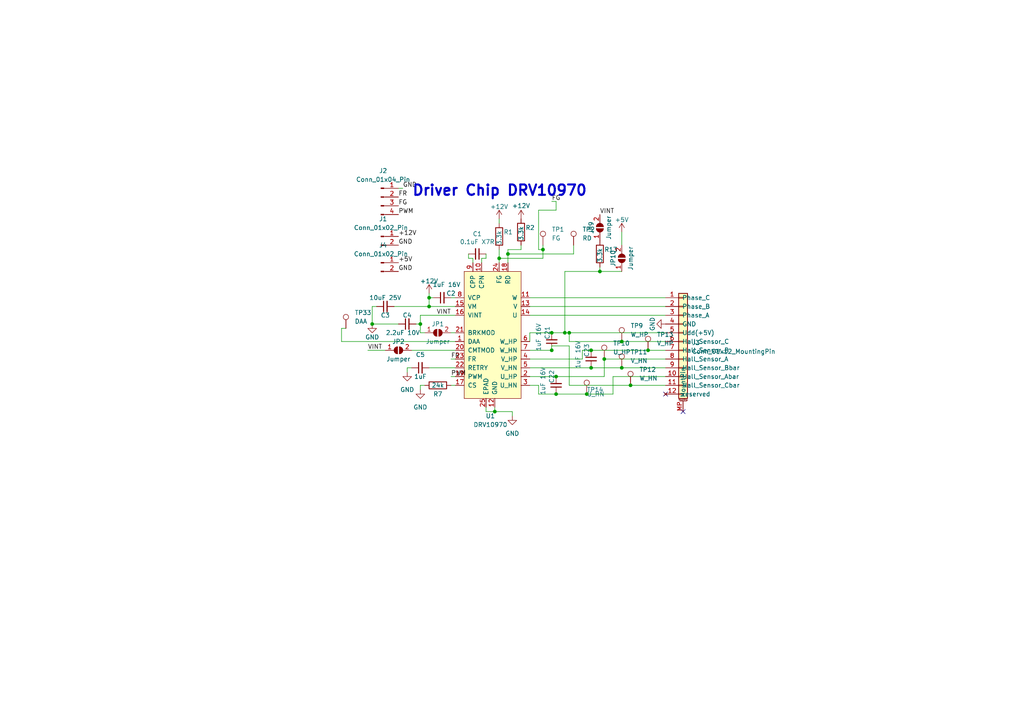
<source format=kicad_sch>
(kicad_sch (version 20230121) (generator eeschema)

  (uuid 09cc6b76-40dc-4465-8a7a-e92f0f3fd3a0)

  (paper "A4")

  (lib_symbols
    (symbol "Connector:Conn_01x02_Pin" (pin_names (offset 1.016) hide) (in_bom yes) (on_board yes)
      (property "Reference" "J" (at 0 2.54 0)
        (effects (font (size 1.27 1.27)))
      )
      (property "Value" "Conn_01x02_Pin" (at 0 -5.08 0)
        (effects (font (size 1.27 1.27)))
      )
      (property "Footprint" "" (at 0 0 0)
        (effects (font (size 1.27 1.27)) hide)
      )
      (property "Datasheet" "~" (at 0 0 0)
        (effects (font (size 1.27 1.27)) hide)
      )
      (property "ki_locked" "" (at 0 0 0)
        (effects (font (size 1.27 1.27)))
      )
      (property "ki_keywords" "connector" (at 0 0 0)
        (effects (font (size 1.27 1.27)) hide)
      )
      (property "ki_description" "Generic connector, single row, 01x02, script generated" (at 0 0 0)
        (effects (font (size 1.27 1.27)) hide)
      )
      (property "ki_fp_filters" "Connector*:*_1x??_*" (at 0 0 0)
        (effects (font (size 1.27 1.27)) hide)
      )
      (symbol "Conn_01x02_Pin_1_1"
        (polyline
          (pts
            (xy 1.27 -2.54)
            (xy 0.8636 -2.54)
          )
          (stroke (width 0.1524) (type default))
          (fill (type none))
        )
        (polyline
          (pts
            (xy 1.27 0)
            (xy 0.8636 0)
          )
          (stroke (width 0.1524) (type default))
          (fill (type none))
        )
        (rectangle (start 0.8636 -2.413) (end 0 -2.667)
          (stroke (width 0.1524) (type default))
          (fill (type outline))
        )
        (rectangle (start 0.8636 0.127) (end 0 -0.127)
          (stroke (width 0.1524) (type default))
          (fill (type outline))
        )
        (pin passive line (at 5.08 0 180) (length 3.81)
          (name "Pin_1" (effects (font (size 1.27 1.27))))
          (number "1" (effects (font (size 1.27 1.27))))
        )
        (pin passive line (at 5.08 -2.54 180) (length 3.81)
          (name "Pin_2" (effects (font (size 1.27 1.27))))
          (number "2" (effects (font (size 1.27 1.27))))
        )
      )
    )
    (symbol "Connector:Conn_01x04_Pin" (pin_names (offset 1.016) hide) (in_bom yes) (on_board yes)
      (property "Reference" "J" (at 0 5.08 0)
        (effects (font (size 1.27 1.27)))
      )
      (property "Value" "Conn_01x04_Pin" (at 0 -7.62 0)
        (effects (font (size 1.27 1.27)))
      )
      (property "Footprint" "" (at 0 0 0)
        (effects (font (size 1.27 1.27)) hide)
      )
      (property "Datasheet" "~" (at 0 0 0)
        (effects (font (size 1.27 1.27)) hide)
      )
      (property "ki_locked" "" (at 0 0 0)
        (effects (font (size 1.27 1.27)))
      )
      (property "ki_keywords" "connector" (at 0 0 0)
        (effects (font (size 1.27 1.27)) hide)
      )
      (property "ki_description" "Generic connector, single row, 01x04, script generated" (at 0 0 0)
        (effects (font (size 1.27 1.27)) hide)
      )
      (property "ki_fp_filters" "Connector*:*_1x??_*" (at 0 0 0)
        (effects (font (size 1.27 1.27)) hide)
      )
      (symbol "Conn_01x04_Pin_1_1"
        (polyline
          (pts
            (xy 1.27 -5.08)
            (xy 0.8636 -5.08)
          )
          (stroke (width 0.1524) (type default))
          (fill (type none))
        )
        (polyline
          (pts
            (xy 1.27 -2.54)
            (xy 0.8636 -2.54)
          )
          (stroke (width 0.1524) (type default))
          (fill (type none))
        )
        (polyline
          (pts
            (xy 1.27 0)
            (xy 0.8636 0)
          )
          (stroke (width 0.1524) (type default))
          (fill (type none))
        )
        (polyline
          (pts
            (xy 1.27 2.54)
            (xy 0.8636 2.54)
          )
          (stroke (width 0.1524) (type default))
          (fill (type none))
        )
        (rectangle (start 0.8636 -4.953) (end 0 -5.207)
          (stroke (width 0.1524) (type default))
          (fill (type outline))
        )
        (rectangle (start 0.8636 -2.413) (end 0 -2.667)
          (stroke (width 0.1524) (type default))
          (fill (type outline))
        )
        (rectangle (start 0.8636 0.127) (end 0 -0.127)
          (stroke (width 0.1524) (type default))
          (fill (type outline))
        )
        (rectangle (start 0.8636 2.667) (end 0 2.413)
          (stroke (width 0.1524) (type default))
          (fill (type outline))
        )
        (pin passive line (at 5.08 2.54 180) (length 3.81)
          (name "Pin_1" (effects (font (size 1.27 1.27))))
          (number "1" (effects (font (size 1.27 1.27))))
        )
        (pin passive line (at 5.08 0 180) (length 3.81)
          (name "Pin_2" (effects (font (size 1.27 1.27))))
          (number "2" (effects (font (size 1.27 1.27))))
        )
        (pin passive line (at 5.08 -2.54 180) (length 3.81)
          (name "Pin_3" (effects (font (size 1.27 1.27))))
          (number "3" (effects (font (size 1.27 1.27))))
        )
        (pin passive line (at 5.08 -5.08 180) (length 3.81)
          (name "Pin_4" (effects (font (size 1.27 1.27))))
          (number "4" (effects (font (size 1.27 1.27))))
        )
      )
    )
    (symbol "Connector:TestPoint" (pin_numbers hide) (pin_names (offset 0.762) hide) (in_bom yes) (on_board yes)
      (property "Reference" "TP" (at 0 6.858 0)
        (effects (font (size 1.27 1.27)))
      )
      (property "Value" "TestPoint" (at 0 5.08 0)
        (effects (font (size 1.27 1.27)))
      )
      (property "Footprint" "" (at 5.08 0 0)
        (effects (font (size 1.27 1.27)) hide)
      )
      (property "Datasheet" "~" (at 5.08 0 0)
        (effects (font (size 1.27 1.27)) hide)
      )
      (property "ki_keywords" "test point tp" (at 0 0 0)
        (effects (font (size 1.27 1.27)) hide)
      )
      (property "ki_description" "test point" (at 0 0 0)
        (effects (font (size 1.27 1.27)) hide)
      )
      (property "ki_fp_filters" "Pin* Test*" (at 0 0 0)
        (effects (font (size 1.27 1.27)) hide)
      )
      (symbol "TestPoint_0_1"
        (circle (center 0 3.302) (radius 0.762)
          (stroke (width 0) (type default))
          (fill (type none))
        )
      )
      (symbol "TestPoint_1_1"
        (pin passive line (at 0 0 90) (length 2.54)
          (name "1" (effects (font (size 1.27 1.27))))
          (number "1" (effects (font (size 1.27 1.27))))
        )
      )
    )
    (symbol "Connector_Generic_MountingPin:Conn_01x12_MountingPin" (pin_names (offset 1.016)) (in_bom yes) (on_board yes)
      (property "Reference" "J3" (at 2.54 -0.3555 0)
        (effects (font (size 1.27 1.27)) (justify left))
      )
      (property "Value" "Conn_01x12_MountingPin" (at 2.54 -2.8955 0)
        (effects (font (size 1.27 1.27)) (justify left))
      )
      (property "Footprint" "Connector_Molex:Molex_MicroClasp_55935-1210_1x12_P2.00mm_Horizontal" (at 0 0 0)
        (effects (font (size 1.27 1.27)) hide)
      )
      (property "Datasheet" "~" (at 0 0 0)
        (effects (font (size 1.27 1.27)) hide)
      )
      (property "ki_keywords" "connector" (at 0 0 0)
        (effects (font (size 1.27 1.27)) hide)
      )
      (property "ki_description" "Generic connectable mounting pin connector, single row, 01x12, script generated (kicad-library-utils/schlib/autogen/connector/)" (at 0 0 0)
        (effects (font (size 1.27 1.27)) hide)
      )
      (property "ki_fp_filters" "Connector*:*_1x??-1MP*" (at 0 0 0)
        (effects (font (size 1.27 1.27)) hide)
      )
      (symbol "Conn_01x12_MountingPin_1_1"
        (rectangle (start -1.27 -15.113) (end 0 -15.367)
          (stroke (width 0.1524) (type default))
          (fill (type none))
        )
        (rectangle (start -1.27 -12.573) (end 0 -12.827)
          (stroke (width 0.1524) (type default))
          (fill (type none))
        )
        (rectangle (start -1.27 -10.033) (end 0 -10.287)
          (stroke (width 0.1524) (type default))
          (fill (type none))
        )
        (rectangle (start -1.27 -7.493) (end 0 -7.747)
          (stroke (width 0.1524) (type default))
          (fill (type none))
        )
        (rectangle (start -1.27 -4.953) (end 0 -5.207)
          (stroke (width 0.1524) (type default))
          (fill (type none))
        )
        (rectangle (start -1.27 -2.413) (end 0 -2.667)
          (stroke (width 0.1524) (type default))
          (fill (type none))
        )
        (rectangle (start -1.27 0.127) (end 0 -0.127)
          (stroke (width 0.1524) (type default))
          (fill (type none))
        )
        (rectangle (start -1.27 2.667) (end 0 2.413)
          (stroke (width 0.1524) (type default))
          (fill (type none))
        )
        (rectangle (start -1.27 5.207) (end 0 4.953)
          (stroke (width 0.1524) (type default))
          (fill (type none))
        )
        (rectangle (start -1.27 7.747) (end 0 7.493)
          (stroke (width 0.1524) (type default))
          (fill (type none))
        )
        (rectangle (start -1.27 10.287) (end 0 10.033)
          (stroke (width 0.1524) (type default))
          (fill (type none))
        )
        (rectangle (start -1.27 12.827) (end 0 12.573)
          (stroke (width 0.1524) (type default))
          (fill (type none))
        )
        (rectangle (start -1.27 13.97) (end 1.27 -16.51)
          (stroke (width 0.254) (type default))
          (fill (type background))
        )
        (polyline
          (pts
            (xy -1.016 -17.272)
            (xy 1.016 -17.272)
          )
          (stroke (width 0.1524) (type default))
          (fill (type none))
        )
        (text "Mounting" (at 0 -16.891 0)
          (effects (font (size 0.381 0.381)))
        )
        (pin passive line (at -5.08 12.7 0) (length 3.81)
          (name "Phase_C" (effects (font (size 1.27 1.27))))
          (number "1" (effects (font (size 1.27 1.27))))
        )
        (pin passive line (at -5.08 -10.16 0) (length 3.81)
          (name "Hall_Sensor_Abar" (effects (font (size 1.27 1.27))))
          (number "10" (effects (font (size 1.27 1.27))))
        )
        (pin passive line (at -5.08 -12.7 0) (length 3.81)
          (name "Hall_Sensor_Cbar" (effects (font (size 1.27 1.27))))
          (number "11" (effects (font (size 1.27 1.27))))
        )
        (pin no_connect line (at -5.08 -15.24 0) (length 3.81)
          (name "reserved" (effects (font (size 1.27 1.27))))
          (number "12" (effects (font (size 1.27 1.27))))
        )
        (pin passive line (at -5.08 10.16 0) (length 3.81)
          (name "Phase_B" (effects (font (size 1.27 1.27))))
          (number "2" (effects (font (size 1.27 1.27))))
        )
        (pin passive line (at -5.08 7.62 0) (length 3.81)
          (name "Phase_A" (effects (font (size 1.27 1.27))))
          (number "3" (effects (font (size 1.27 1.27))))
        )
        (pin passive line (at -5.08 5.08 0) (length 3.81)
          (name "GND" (effects (font (size 1.27 1.27))))
          (number "4" (effects (font (size 1.27 1.27))))
        )
        (pin passive line (at -5.08 2.54 0) (length 3.81)
          (name "Udd(+5V)" (effects (font (size 1.27 1.27))))
          (number "5" (effects (font (size 1.27 1.27))))
        )
        (pin passive line (at -5.08 0 0) (length 3.81)
          (name "Hall_Sensor_C" (effects (font (size 1.27 1.27))))
          (number "6" (effects (font (size 1.27 1.27))))
        )
        (pin passive line (at -5.08 -2.54 0) (length 3.81)
          (name "Hall_Sensor_B" (effects (font (size 1.27 1.27))))
          (number "7" (effects (font (size 1.27 1.27))))
        )
        (pin passive line (at -5.08 -5.08 0) (length 3.81)
          (name "Hall_Sensor_A" (effects (font (size 1.27 1.27))))
          (number "8" (effects (font (size 1.27 1.27))))
        )
        (pin passive line (at -5.08 -7.62 0) (length 3.81)
          (name "Hall_Sensor_Bbar" (effects (font (size 1.27 1.27))))
          (number "9" (effects (font (size 1.27 1.27))))
        )
        (pin passive line (at 0 -20.32 90) (length 3.048)
          (name "MountPin" (effects (font (size 1.27 1.27))))
          (number "MP" (effects (font (size 1.27 1.27))))
        )
      )
    )
    (symbol "DRV10970-HS2_Parts_1" (pin_names (offset 1.016)) (in_bom yes) (on_board yes)
      (property "Reference" "U1" (at 1.27 -25.4 0)
        (effects (font (size 1.27 1.27)))
      )
      (property "Value" "DRV10970-HS2_Parts_1" (at 1.27 -27.94 0)
        (effects (font (size 1.27 1.27)))
      )
      (property "Footprint" "Package_SO:HTSSOP-24-1EP_4.4x7.8mm_P0.65mm_EP3.4x7.8mm_Mask2.4x4.68mm_ThermalVias" (at 0 0 0)
        (effects (font (size 1.27 1.27)) hide)
      )
      (property "Datasheet" "https://www.ti.com/lit/ds/symlink/drv10970.pdf?HQS=TI-null-null-digikeymode-df-pf-null-wwe&ts=1604208046281" (at 0 0 0)
        (effects (font (size 1.27 1.27)) hide)
      )
      (symbol "DRV10970-HS2_Parts_1_0_1"
        (rectangle (start -6.35 16.51) (end 10.16 -20.32)
          (stroke (width 0) (type default))
          (fill (type background))
        )
      )
      (symbol "DRV10970-HS2_Parts_1_1_1"
        (pin input line (at -8.89 -3.81 0) (length 2.54)
          (name "DAA" (effects (font (size 1.27 1.27))))
          (number "1" (effects (font (size 1.27 1.27))))
        )
        (pin output line (at -1.27 19.05 270) (length 2.54)
          (name "CPN" (effects (font (size 1.27 1.27))))
          (number "10" (effects (font (size 1.27 1.27))))
        )
        (pin power_out line (at 12.7 8.89 180) (length 2.54)
          (name "W" (effects (font (size 1.27 1.27))))
          (number "11" (effects (font (size 1.27 1.27))))
        )
        (pin power_in line (at 2.54 -22.86 90) (length 2.54)
          (name "GND" (effects (font (size 1.27 1.27))))
          (number "12" (effects (font (size 1.27 1.27))))
        )
        (pin power_out line (at 12.7 6.35 180) (length 2.54)
          (name "V" (effects (font (size 1.27 1.27))))
          (number "13" (effects (font (size 1.27 1.27))))
        )
        (pin power_out line (at 12.7 3.81 180) (length 2.54)
          (name "U" (effects (font (size 1.27 1.27))))
          (number "14" (effects (font (size 1.27 1.27))))
        )
        (pin power_in line (at -8.89 6.35 0) (length 2.54)
          (name "VM" (effects (font (size 1.27 1.27))))
          (number "15" (effects (font (size 1.27 1.27))))
        )
        (pin power_out line (at -8.89 3.81 0) (length 2.54)
          (name "VINT" (effects (font (size 1.27 1.27))))
          (number "16" (effects (font (size 1.27 1.27))))
        )
        (pin input line (at -8.89 -16.51 0) (length 2.54)
          (name "CS" (effects (font (size 1.27 1.27))))
          (number "17" (effects (font (size 1.27 1.27))))
        )
        (pin output line (at 6.35 19.05 270) (length 2.54)
          (name "RD" (effects (font (size 1.27 1.27))))
          (number "18" (effects (font (size 1.27 1.27))))
        )
        (pin input line (at -8.89 -13.97 0) (length 2.54)
          (name "PWM" (effects (font (size 1.27 1.27))))
          (number "19" (effects (font (size 1.27 1.27))))
        )
        (pin input line (at 12.7 -13.97 180) (length 2.54)
          (name "U_HP" (effects (font (size 1.27 1.27))))
          (number "2" (effects (font (size 1.27 1.27))))
        )
        (pin input line (at -8.89 -6.35 0) (length 2.54)
          (name "CMTMOD" (effects (font (size 1.27 1.27))))
          (number "20" (effects (font (size 1.27 1.27))))
        )
        (pin input line (at -8.89 -1.27 0) (length 2.54)
          (name "BRKMOD" (effects (font (size 1.27 1.27))))
          (number "21" (effects (font (size 1.27 1.27))))
        )
        (pin input line (at -8.89 -11.43 0) (length 2.54)
          (name "RETRY" (effects (font (size 1.27 1.27))))
          (number "22" (effects (font (size 1.27 1.27))))
        )
        (pin input line (at -8.89 -8.89 0) (length 2.54)
          (name "FR" (effects (font (size 1.27 1.27))))
          (number "23" (effects (font (size 1.27 1.27))))
        )
        (pin output line (at 3.81 19.05 270) (length 2.54)
          (name "FG" (effects (font (size 1.27 1.27))))
          (number "24" (effects (font (size 1.27 1.27))))
        )
        (pin power_in line (at 0 -22.86 90) (length 2.54)
          (name "EPAD" (effects (font (size 1.27 1.27))))
          (number "25" (effects (font (size 1.27 1.27))))
        )
        (pin input line (at 12.7 -16.51 180) (length 2.54)
          (name "U_HN" (effects (font (size 1.27 1.27))))
          (number "3" (effects (font (size 1.27 1.27))))
        )
        (pin input line (at 12.7 -8.89 180) (length 2.54)
          (name "V_HP" (effects (font (size 1.27 1.27))))
          (number "4" (effects (font (size 1.27 1.27))))
        )
        (pin input line (at 12.7 -11.43 180) (length 2.54)
          (name "V_HN" (effects (font (size 1.27 1.27))))
          (number "5" (effects (font (size 1.27 1.27))))
        )
        (pin input line (at 12.7 -3.81 180) (length 2.54)
          (name "W_HP" (effects (font (size 1.27 1.27))))
          (number "6" (effects (font (size 1.27 1.27))))
        )
        (pin input line (at 12.7 -6.35 180) (length 2.54)
          (name "W_HN" (effects (font (size 1.27 1.27))))
          (number "7" (effects (font (size 1.27 1.27))))
        )
        (pin output line (at -8.89 8.89 0) (length 2.54)
          (name "VCP" (effects (font (size 1.27 1.27))))
          (number "8" (effects (font (size 1.27 1.27))))
        )
        (pin output line (at -3.81 19.05 270) (length 2.54)
          (name "CPP" (effects (font (size 1.27 1.27))))
          (number "9" (effects (font (size 1.27 1.27))))
        )
      )
    )
    (symbol "Device:C_Small" (pin_numbers hide) (pin_names (offset 0.254) hide) (in_bom yes) (on_board yes)
      (property "Reference" "C" (at 0.254 1.778 0)
        (effects (font (size 1.27 1.27)) (justify left))
      )
      (property "Value" "C_Small" (at 0.254 -2.032 0)
        (effects (font (size 1.27 1.27)) (justify left))
      )
      (property "Footprint" "" (at 0 0 0)
        (effects (font (size 1.27 1.27)) hide)
      )
      (property "Datasheet" "~" (at 0 0 0)
        (effects (font (size 1.27 1.27)) hide)
      )
      (property "ki_keywords" "capacitor cap" (at 0 0 0)
        (effects (font (size 1.27 1.27)) hide)
      )
      (property "ki_description" "Unpolarized capacitor, small symbol" (at 0 0 0)
        (effects (font (size 1.27 1.27)) hide)
      )
      (property "ki_fp_filters" "C_*" (at 0 0 0)
        (effects (font (size 1.27 1.27)) hide)
      )
      (symbol "C_Small_0_1"
        (polyline
          (pts
            (xy -1.524 -0.508)
            (xy 1.524 -0.508)
          )
          (stroke (width 0.3302) (type default))
          (fill (type none))
        )
        (polyline
          (pts
            (xy -1.524 0.508)
            (xy 1.524 0.508)
          )
          (stroke (width 0.3048) (type default))
          (fill (type none))
        )
      )
      (symbol "C_Small_1_1"
        (pin passive line (at 0 2.54 270) (length 2.032)
          (name "~" (effects (font (size 1.27 1.27))))
          (number "1" (effects (font (size 1.27 1.27))))
        )
        (pin passive line (at 0 -2.54 90) (length 2.032)
          (name "~" (effects (font (size 1.27 1.27))))
          (number "2" (effects (font (size 1.27 1.27))))
        )
      )
    )
    (symbol "Device:R" (pin_numbers hide) (pin_names (offset 0)) (in_bom yes) (on_board yes)
      (property "Reference" "R" (at 2.032 0 90)
        (effects (font (size 1.27 1.27)))
      )
      (property "Value" "R" (at 0 0 90)
        (effects (font (size 1.27 1.27)))
      )
      (property "Footprint" "" (at -1.778 0 90)
        (effects (font (size 1.27 1.27)) hide)
      )
      (property "Datasheet" "~" (at 0 0 0)
        (effects (font (size 1.27 1.27)) hide)
      )
      (property "ki_keywords" "R res resistor" (at 0 0 0)
        (effects (font (size 1.27 1.27)) hide)
      )
      (property "ki_description" "Resistor" (at 0 0 0)
        (effects (font (size 1.27 1.27)) hide)
      )
      (property "ki_fp_filters" "R_*" (at 0 0 0)
        (effects (font (size 1.27 1.27)) hide)
      )
      (symbol "R_0_1"
        (rectangle (start -1.016 -2.54) (end 1.016 2.54)
          (stroke (width 0.254) (type default))
          (fill (type none))
        )
      )
      (symbol "R_1_1"
        (pin passive line (at 0 3.81 270) (length 1.27)
          (name "~" (effects (font (size 1.27 1.27))))
          (number "1" (effects (font (size 1.27 1.27))))
        )
        (pin passive line (at 0 -3.81 90) (length 1.27)
          (name "~" (effects (font (size 1.27 1.27))))
          (number "2" (effects (font (size 1.27 1.27))))
        )
      )
    )
    (symbol "Jumper:SolderJumper_2_Open" (pin_names (offset 0) hide) (in_bom yes) (on_board yes)
      (property "Reference" "JP" (at 0 2.032 0)
        (effects (font (size 1.27 1.27)))
      )
      (property "Value" "SolderJumper_2_Open" (at 0 -2.54 0)
        (effects (font (size 1.27 1.27)))
      )
      (property "Footprint" "" (at 0 0 0)
        (effects (font (size 1.27 1.27)) hide)
      )
      (property "Datasheet" "~" (at 0 0 0)
        (effects (font (size 1.27 1.27)) hide)
      )
      (property "ki_keywords" "solder jumper SPST" (at 0 0 0)
        (effects (font (size 1.27 1.27)) hide)
      )
      (property "ki_description" "Solder Jumper, 2-pole, open" (at 0 0 0)
        (effects (font (size 1.27 1.27)) hide)
      )
      (property "ki_fp_filters" "SolderJumper*Open*" (at 0 0 0)
        (effects (font (size 1.27 1.27)) hide)
      )
      (symbol "SolderJumper_2_Open_0_1"
        (arc (start -0.254 1.016) (mid -1.2656 0) (end -0.254 -1.016)
          (stroke (width 0) (type default))
          (fill (type none))
        )
        (arc (start -0.254 1.016) (mid -1.2656 0) (end -0.254 -1.016)
          (stroke (width 0) (type default))
          (fill (type outline))
        )
        (polyline
          (pts
            (xy -0.254 1.016)
            (xy -0.254 -1.016)
          )
          (stroke (width 0) (type default))
          (fill (type none))
        )
        (polyline
          (pts
            (xy 0.254 1.016)
            (xy 0.254 -1.016)
          )
          (stroke (width 0) (type default))
          (fill (type none))
        )
        (arc (start 0.254 -1.016) (mid 1.2656 0) (end 0.254 1.016)
          (stroke (width 0) (type default))
          (fill (type none))
        )
        (arc (start 0.254 -1.016) (mid 1.2656 0) (end 0.254 1.016)
          (stroke (width 0) (type default))
          (fill (type outline))
        )
      )
      (symbol "SolderJumper_2_Open_1_1"
        (pin passive line (at -3.81 0 0) (length 2.54)
          (name "A" (effects (font (size 1.27 1.27))))
          (number "1" (effects (font (size 1.27 1.27))))
        )
        (pin passive line (at 3.81 0 180) (length 2.54)
          (name "B" (effects (font (size 1.27 1.27))))
          (number "2" (effects (font (size 1.27 1.27))))
        )
      )
    )
    (symbol "power:+12V" (power) (pin_names (offset 0)) (in_bom yes) (on_board yes)
      (property "Reference" "#PWR" (at 0 -3.81 0)
        (effects (font (size 1.27 1.27)) hide)
      )
      (property "Value" "+12V" (at 0 3.556 0)
        (effects (font (size 1.27 1.27)))
      )
      (property "Footprint" "" (at 0 0 0)
        (effects (font (size 1.27 1.27)) hide)
      )
      (property "Datasheet" "" (at 0 0 0)
        (effects (font (size 1.27 1.27)) hide)
      )
      (property "ki_keywords" "global power" (at 0 0 0)
        (effects (font (size 1.27 1.27)) hide)
      )
      (property "ki_description" "Power symbol creates a global label with name \"+12V\"" (at 0 0 0)
        (effects (font (size 1.27 1.27)) hide)
      )
      (symbol "+12V_0_1"
        (polyline
          (pts
            (xy -0.762 1.27)
            (xy 0 2.54)
          )
          (stroke (width 0) (type default))
          (fill (type none))
        )
        (polyline
          (pts
            (xy 0 0)
            (xy 0 2.54)
          )
          (stroke (width 0) (type default))
          (fill (type none))
        )
        (polyline
          (pts
            (xy 0 2.54)
            (xy 0.762 1.27)
          )
          (stroke (width 0) (type default))
          (fill (type none))
        )
      )
      (symbol "+12V_1_1"
        (pin power_in line (at 0 0 90) (length 0) hide
          (name "+12V" (effects (font (size 1.27 1.27))))
          (number "1" (effects (font (size 1.27 1.27))))
        )
      )
    )
    (symbol "power:+5V" (power) (pin_names (offset 0)) (in_bom yes) (on_board yes)
      (property "Reference" "#PWR" (at 0 -3.81 0)
        (effects (font (size 1.27 1.27)) hide)
      )
      (property "Value" "+5V" (at 0 3.556 0)
        (effects (font (size 1.27 1.27)))
      )
      (property "Footprint" "" (at 0 0 0)
        (effects (font (size 1.27 1.27)) hide)
      )
      (property "Datasheet" "" (at 0 0 0)
        (effects (font (size 1.27 1.27)) hide)
      )
      (property "ki_keywords" "global power" (at 0 0 0)
        (effects (font (size 1.27 1.27)) hide)
      )
      (property "ki_description" "Power symbol creates a global label with name \"+5V\"" (at 0 0 0)
        (effects (font (size 1.27 1.27)) hide)
      )
      (symbol "+5V_0_1"
        (polyline
          (pts
            (xy -0.762 1.27)
            (xy 0 2.54)
          )
          (stroke (width 0) (type default))
          (fill (type none))
        )
        (polyline
          (pts
            (xy 0 0)
            (xy 0 2.54)
          )
          (stroke (width 0) (type default))
          (fill (type none))
        )
        (polyline
          (pts
            (xy 0 2.54)
            (xy 0.762 1.27)
          )
          (stroke (width 0) (type default))
          (fill (type none))
        )
      )
      (symbol "+5V_1_1"
        (pin power_in line (at 0 0 90) (length 0) hide
          (name "+5V" (effects (font (size 1.27 1.27))))
          (number "1" (effects (font (size 1.27 1.27))))
        )
      )
    )
    (symbol "power:GND" (power) (pin_names (offset 0)) (in_bom yes) (on_board yes)
      (property "Reference" "#PWR" (at 0 -6.35 0)
        (effects (font (size 1.27 1.27)) hide)
      )
      (property "Value" "GND" (at 0 -3.81 0)
        (effects (font (size 1.27 1.27)))
      )
      (property "Footprint" "" (at 0 0 0)
        (effects (font (size 1.27 1.27)) hide)
      )
      (property "Datasheet" "" (at 0 0 0)
        (effects (font (size 1.27 1.27)) hide)
      )
      (property "ki_keywords" "power-flag" (at 0 0 0)
        (effects (font (size 1.27 1.27)) hide)
      )
      (property "ki_description" "Power symbol creates a global label with name \"GND\" , ground" (at 0 0 0)
        (effects (font (size 1.27 1.27)) hide)
      )
      (symbol "GND_0_1"
        (polyline
          (pts
            (xy 0 0)
            (xy 0 -1.27)
            (xy 1.27 -1.27)
            (xy 0 -2.54)
            (xy -1.27 -1.27)
            (xy 0 -1.27)
          )
          (stroke (width 0) (type default))
          (fill (type none))
        )
      )
      (symbol "GND_1_1"
        (pin power_in line (at 0 0 270) (length 0) hide
          (name "GND" (effects (font (size 1.27 1.27))))
          (number "1" (effects (font (size 1.27 1.27))))
        )
      )
    )
  )

  (junction (at 163.83 96.52) (diameter 0) (color 0 0 0 0)
    (uuid 01182fed-f42b-4f78-b0e4-8d7fbc7c7d91)
  )
  (junction (at 180.34 99.06) (diameter 0) (color 0 0 0 0)
    (uuid 1312b4db-5eda-4dee-9f71-d05cdab792e8)
  )
  (junction (at 160.02 101.6) (diameter 0) (color 0 0 0 0)
    (uuid 17b0010c-6c76-4537-9fdf-b7ddb6e74c4e)
  )
  (junction (at 161.29 109.22) (diameter 0) (color 0 0 0 0)
    (uuid 2497da02-9aaf-41e5-917b-58fd47030ad9)
  )
  (junction (at 107.95 93.98) (diameter 0) (color 0 0 0 0)
    (uuid 3ab1ce4e-8c5d-465b-9a23-bc619890561f)
  )
  (junction (at 143.51 119.38) (diameter 0) (color 0 0 0 0)
    (uuid 3e6daebd-9496-4500-919c-a832dbb15ab9)
  )
  (junction (at 121.92 93.98) (diameter 0) (color 0 0 0 0)
    (uuid 44143966-5a9e-48fc-8018-954eccf4f0c0)
  )
  (junction (at 187.96 101.6) (diameter 0) (color 0 0 0 0)
    (uuid 4717bc08-d08e-489b-862e-a8458a9de1de)
  )
  (junction (at 182.88 111.76) (diameter 0) (color 0 0 0 0)
    (uuid 597e3932-9859-4ef2-b2fa-b04874fa2058)
  )
  (junction (at 147.32 73.66) (diameter 0) (color 0 0 0 0)
    (uuid 6716b90e-12e8-4e3d-85fa-75ed27aebecf)
  )
  (junction (at 124.46 86.36) (diameter 0) (color 0 0 0 0)
    (uuid 74f70b03-fbd3-43ea-8e59-08ea48cec9cb)
  )
  (junction (at 144.78 74.93) (diameter 0) (color 0 0 0 0)
    (uuid 7820ece7-de76-444c-b7f7-326a7c1657fa)
  )
  (junction (at 173.99 78.74) (diameter 0) (color 0 0 0 0)
    (uuid 794215d1-f264-443b-8f98-eb2f746010e3)
  )
  (junction (at 175.26 104.14) (diameter 0) (color 0 0 0 0)
    (uuid 7aa59d17-30e9-4b80-8bb9-904d3c6bc07a)
  )
  (junction (at 171.45 101.6) (diameter 0) (color 0 0 0 0)
    (uuid 8dfc65a5-142b-453e-ad7f-67d302651852)
  )
  (junction (at 171.45 106.68) (diameter 0) (color 0 0 0 0)
    (uuid 8ec9aef4-cb6f-4e6d-bf56-55c5ce2c9f10)
  )
  (junction (at 170.18 114.3) (diameter 0) (color 0 0 0 0)
    (uuid 91533114-6cbf-464f-9331-3b13bea5f0e7)
  )
  (junction (at 165.1 96.52) (diameter 0) (color 0 0 0 0)
    (uuid 9ca66c66-2bac-49e1-8862-8a330c021676)
  )
  (junction (at 157.48 72.39) (diameter 0) (color 0 0 0 0)
    (uuid 9e466b26-ef87-41b4-b8e7-8434029c8309)
  )
  (junction (at 160.02 96.52) (diameter 0) (color 0 0 0 0)
    (uuid b1353cee-6aed-43b3-8fe0-e0d3ec5ae3e9)
  )
  (junction (at 180.34 106.68) (diameter 0) (color 0 0 0 0)
    (uuid bb7e7235-ae8a-497f-991f-c791191606e0)
  )
  (junction (at 124.46 88.9) (diameter 0) (color 0 0 0 0)
    (uuid ca2dfded-307a-4fbb-a0b2-d1545eba639e)
  )
  (junction (at 161.29 114.3) (diameter 0) (color 0 0 0 0)
    (uuid db890cfe-0695-487a-b32f-2bdd07e1680b)
  )

  (no_connect (at 198.12 119.38) (uuid 6d4dd2f7-f633-42e1-bbbb-4a24f6dfc2cb))
  (no_connect (at 193.04 114.3) (uuid de7bd6eb-e7f9-450a-b004-8352a43ab74a))

  (wire (pts (xy 156.21 60.96) (xy 161.29 60.96))
    (stroke (width 0) (type default))
    (uuid 04520a3b-1f38-45e7-9454-015c1ae74578)
  )
  (wire (pts (xy 160.02 96.52) (xy 163.83 96.52))
    (stroke (width 0) (type default))
    (uuid 0534a1cf-d4f6-4d61-b37b-3c18972dfbef)
  )
  (wire (pts (xy 120.65 93.98) (xy 121.92 93.98))
    (stroke (width 0) (type default))
    (uuid 05730696-ebae-4fc1-8e48-fc058ca8daa9)
  )
  (wire (pts (xy 165.1 96.52) (xy 165.1 99.06))
    (stroke (width 0) (type default))
    (uuid 05e9cf5b-d113-493d-8e16-2f6c6b7976dc)
  )
  (wire (pts (xy 180.34 67.31) (xy 180.34 71.12))
    (stroke (width 0) (type default))
    (uuid 067fe700-feb7-4355-b14c-ec8bd58eed3e)
  )
  (wire (pts (xy 148.59 119.38) (xy 143.51 119.38))
    (stroke (width 0) (type default))
    (uuid 078580db-8b81-43b5-95e3-1bc241238420)
  )
  (wire (pts (xy 160.02 100.33) (xy 165.1 100.33))
    (stroke (width 0) (type default))
    (uuid 08503aac-5c81-4dbb-b91d-0af59b94466a)
  )
  (wire (pts (xy 187.96 101.6) (xy 193.04 101.6))
    (stroke (width 0) (type default))
    (uuid 0b21c8bc-9a4e-42ee-b434-c413cd655746)
  )
  (wire (pts (xy 121.92 91.44) (xy 132.08 91.44))
    (stroke (width 0) (type default))
    (uuid 0b5af5c3-b274-40fe-843e-acdbc4d6509a)
  )
  (wire (pts (xy 165.1 100.33) (xy 165.1 111.76))
    (stroke (width 0) (type default))
    (uuid 0c7c5bc3-1d64-436d-9208-5e16fdb0de1f)
  )
  (wire (pts (xy 125.73 86.36) (xy 124.46 86.36))
    (stroke (width 0) (type default))
    (uuid 12570e86-e160-4426-b124-2cc2906f0fc8)
  )
  (wire (pts (xy 130.81 86.36) (xy 132.08 86.36))
    (stroke (width 0) (type default))
    (uuid 126429b4-e5d5-48dc-9d6a-0bbb1973f809)
  )
  (wire (pts (xy 161.29 114.3) (xy 170.18 114.3))
    (stroke (width 0) (type default))
    (uuid 13689846-1426-4760-b55a-2084c639d8c6)
  )
  (wire (pts (xy 161.29 58.42) (xy 161.29 60.96))
    (stroke (width 0) (type default))
    (uuid 140ad06a-c2b3-4da0-b69f-00fe13fe3675)
  )
  (wire (pts (xy 170.18 114.3) (xy 177.8 114.3))
    (stroke (width 0) (type default))
    (uuid 1899d7d4-07bd-4555-b0fd-a0df4a5c57fa)
  )
  (wire (pts (xy 166.37 73.66) (xy 147.32 73.66))
    (stroke (width 0) (type default))
    (uuid 19157de0-12c6-4e1b-ad45-7e66dc597f74)
  )
  (wire (pts (xy 135.89 73.66) (xy 135.89 74.93))
    (stroke (width 0) (type default))
    (uuid 1ce639c2-9911-4db2-b37b-739e0d4c7585)
  )
  (wire (pts (xy 124.46 106.68) (xy 132.08 106.68))
    (stroke (width 0) (type default))
    (uuid 1e88f2a0-307d-416e-991c-f494252f74dc)
  )
  (wire (pts (xy 193.04 109.22) (xy 177.8 109.22))
    (stroke (width 0) (type default))
    (uuid 1fb05989-820d-472e-a167-de52df2740d8)
  )
  (wire (pts (xy 156.21 114.3) (xy 161.29 114.3))
    (stroke (width 0) (type default))
    (uuid 226bd54c-fde5-4582-a2d1-836d88fa4629)
  )
  (wire (pts (xy 173.99 78.74) (xy 180.34 78.74))
    (stroke (width 0) (type default))
    (uuid 23856081-c3b1-4bef-930b-3d0f66f4353e)
  )
  (wire (pts (xy 165.1 96.52) (xy 193.04 96.52))
    (stroke (width 0) (type default))
    (uuid 23b65cc9-2f11-4296-9dcc-097021d8083d)
  )
  (wire (pts (xy 168.91 104.14) (xy 168.91 101.6))
    (stroke (width 0) (type default))
    (uuid 246bce25-8d1e-456f-8a0c-24ee350e0b6b)
  )
  (wire (pts (xy 163.83 96.52) (xy 165.1 96.52))
    (stroke (width 0) (type default))
    (uuid 25ec9359-c117-45c8-9ee9-6b1bf9f85c94)
  )
  (wire (pts (xy 147.32 73.66) (xy 147.32 76.2))
    (stroke (width 0) (type default))
    (uuid 2ac36227-988d-424c-82b4-9d74d396098c)
  )
  (wire (pts (xy 121.92 93.98) (xy 121.92 91.44))
    (stroke (width 0) (type default))
    (uuid 2ae21c1e-2079-422e-aaee-d426d4affb6d)
  )
  (wire (pts (xy 165.1 111.76) (xy 182.88 111.76))
    (stroke (width 0) (type default))
    (uuid 2e4e8be8-7aa7-40b4-9141-466e1e6f4eba)
  )
  (wire (pts (xy 180.34 106.68) (xy 193.04 106.68))
    (stroke (width 0) (type default))
    (uuid 2f0efaf4-4e87-46d3-bf2d-7f6246741d30)
  )
  (wire (pts (xy 157.48 74.93) (xy 157.48 72.39))
    (stroke (width 0) (type default))
    (uuid 303f348b-4a00-4067-8647-9aec5914c2d8)
  )
  (wire (pts (xy 130.81 104.14) (xy 132.08 104.14))
    (stroke (width 0) (type default))
    (uuid 335c1555-24b8-426b-ad57-b7cdfa0bab84)
  )
  (wire (pts (xy 121.92 111.76) (xy 121.92 113.03))
    (stroke (width 0) (type default))
    (uuid 38f5c316-c2cb-443f-8d01-67ca1109e496)
  )
  (wire (pts (xy 144.78 64.77) (xy 144.78 63.5))
    (stroke (width 0) (type default))
    (uuid 3afc9d26-d143-46eb-aa70-11e1966e7c66)
  )
  (wire (pts (xy 153.67 99.06) (xy 153.67 96.52))
    (stroke (width 0) (type default))
    (uuid 417b624d-bad6-46e5-8ff7-43db041cb2a9)
  )
  (wire (pts (xy 148.59 119.38) (xy 148.59 120.65))
    (stroke (width 0) (type default))
    (uuid 41d727b6-4674-477d-84d2-ab454aa2d83d)
  )
  (wire (pts (xy 163.83 78.74) (xy 163.83 96.52))
    (stroke (width 0) (type default))
    (uuid 43d4e747-0181-4714-b754-bc2609f5076d)
  )
  (wire (pts (xy 139.7 76.2) (xy 139.7 74.93))
    (stroke (width 0) (type default))
    (uuid 472f4137-fc3f-48f2-aef8-2850c8baa8cb)
  )
  (wire (pts (xy 124.46 88.9) (xy 132.08 88.9))
    (stroke (width 0) (type default))
    (uuid 4961eaaf-bb32-4a91-b111-875500b8195e)
  )
  (wire (pts (xy 132.08 99.06) (xy 99.06 99.06))
    (stroke (width 0) (type default))
    (uuid 4af5f1fd-bd85-46ab-adfa-1ce8de5f7c3f)
  )
  (wire (pts (xy 139.7 74.93) (xy 140.97 74.93))
    (stroke (width 0) (type default))
    (uuid 4c1f4c2e-c7ae-4cb8-ae33-2934ea5433d0)
  )
  (wire (pts (xy 156.21 111.76) (xy 156.21 114.3))
    (stroke (width 0) (type default))
    (uuid 4dd76e85-3151-4010-af6f-c071aaae5ebe)
  )
  (wire (pts (xy 182.88 111.76) (xy 193.04 111.76))
    (stroke (width 0) (type default))
    (uuid 4f58b4a9-fb35-4a49-a3f9-ca565f031763)
  )
  (wire (pts (xy 175.26 104.14) (xy 193.04 104.14))
    (stroke (width 0) (type default))
    (uuid 50824538-0f3d-400b-b372-de7b46c2cab7)
  )
  (wire (pts (xy 140.97 73.66) (xy 140.97 74.93))
    (stroke (width 0) (type default))
    (uuid 54182dc5-5846-462c-8966-60f9474907f9)
  )
  (wire (pts (xy 124.46 85.09) (xy 124.46 86.36))
    (stroke (width 0) (type default))
    (uuid 56a38c83-f9a9-4171-b606-f444a5652a83)
  )
  (wire (pts (xy 123.19 111.76) (xy 121.92 111.76))
    (stroke (width 0) (type default))
    (uuid 59000ef1-cd3a-4d16-9241-e83eb5962814)
  )
  (wire (pts (xy 144.78 76.2) (xy 144.78 74.93))
    (stroke (width 0) (type default))
    (uuid 60ce532f-dd89-4a9f-8fff-26f98be0f18b)
  )
  (wire (pts (xy 147.32 72.39) (xy 151.13 72.39))
    (stroke (width 0) (type default))
    (uuid 61ab81db-c6f7-4aa0-8069-da5631cec564)
  )
  (wire (pts (xy 143.51 118.11) (xy 143.51 119.38))
    (stroke (width 0) (type default))
    (uuid 61b5c44b-e49b-4e54-8801-1cc58b4d3759)
  )
  (wire (pts (xy 177.8 109.22) (xy 177.8 114.3))
    (stroke (width 0) (type default))
    (uuid 6758231c-50c1-4cf3-a510-ec37f24f619e)
  )
  (wire (pts (xy 143.51 119.38) (xy 140.97 119.38))
    (stroke (width 0) (type default))
    (uuid 70137fb8-8f97-4aeb-9977-d9d3d46b2efe)
  )
  (wire (pts (xy 153.67 109.22) (xy 161.29 109.22))
    (stroke (width 0) (type default))
    (uuid 75fe2157-9abe-41bb-aa5f-cd156df1d5f8)
  )
  (wire (pts (xy 107.95 93.98) (xy 115.57 93.98))
    (stroke (width 0) (type default))
    (uuid 760c9c9e-aa6a-42e8-bab6-48a5439ef6c2)
  )
  (wire (pts (xy 99.06 95.25) (xy 100.33 95.25))
    (stroke (width 0) (type default))
    (uuid 76be66ed-6b46-4650-a29c-ed9819b25ee6)
  )
  (wire (pts (xy 153.67 106.68) (xy 171.45 106.68))
    (stroke (width 0) (type default))
    (uuid 778e713a-05ce-43e9-808a-8c008244cb71)
  )
  (wire (pts (xy 107.95 88.9) (xy 109.22 88.9))
    (stroke (width 0) (type default))
    (uuid 784cf0c1-7404-4f99-bf9c-b444a2e8c4a0)
  )
  (wire (pts (xy 144.78 72.39) (xy 144.78 74.93))
    (stroke (width 0) (type default))
    (uuid 79074188-e74d-4963-9591-8f1c90fcde3d)
  )
  (wire (pts (xy 173.99 77.47) (xy 173.99 78.74))
    (stroke (width 0) (type default))
    (uuid 81405f4e-3f7b-4ab8-980a-a4f085e6dce3)
  )
  (wire (pts (xy 160.02 58.42) (xy 161.29 58.42))
    (stroke (width 0) (type default))
    (uuid 84f11166-1fb8-478a-86ac-e69597eddd3c)
  )
  (wire (pts (xy 107.95 88.9) (xy 107.95 93.98))
    (stroke (width 0) (type default))
    (uuid 85a8441c-b19a-42c3-ad80-61cf59c639dc)
  )
  (wire (pts (xy 137.16 74.93) (xy 135.89 74.93))
    (stroke (width 0) (type default))
    (uuid 86465748-c1a7-4285-abb7-a7047cc9f109)
  )
  (wire (pts (xy 163.83 78.74) (xy 173.99 78.74))
    (stroke (width 0) (type default))
    (uuid 896f02f1-131c-471c-b436-e7c2b39adc6d)
  )
  (wire (pts (xy 116.84 54.61) (xy 115.57 54.61))
    (stroke (width 0) (type default))
    (uuid 8d1eb19d-3e0a-41b9-9b48-bc846d04457c)
  )
  (wire (pts (xy 144.78 74.93) (xy 157.48 74.93))
    (stroke (width 0) (type default))
    (uuid 8d8aea92-d804-461a-9051-3e1867293def)
  )
  (wire (pts (xy 140.97 119.38) (xy 140.97 118.11))
    (stroke (width 0) (type default))
    (uuid 8eb557bb-c376-4ccf-8224-26a99338f881)
  )
  (wire (pts (xy 119.38 106.68) (xy 118.11 106.68))
    (stroke (width 0) (type default))
    (uuid 8f06622b-6573-4a6e-9fb7-05a93581d978)
  )
  (wire (pts (xy 171.45 106.68) (xy 180.34 106.68))
    (stroke (width 0) (type default))
    (uuid 95f00d8a-876a-4f2f-8061-7e1c62c53d8a)
  )
  (wire (pts (xy 99.06 99.06) (xy 99.06 95.25))
    (stroke (width 0) (type default))
    (uuid a47ffc9c-486e-4657-ac9c-44b944b76237)
  )
  (wire (pts (xy 130.81 111.76) (xy 132.08 111.76))
    (stroke (width 0) (type default))
    (uuid a663d0d2-f65f-49c0-b372-385ca26c86c6)
  )
  (wire (pts (xy 151.13 72.39) (xy 151.13 71.12))
    (stroke (width 0) (type default))
    (uuid aadd4698-2284-42a9-9710-b076104405e8)
  )
  (wire (pts (xy 119.38 101.6) (xy 132.08 101.6))
    (stroke (width 0) (type default))
    (uuid b0b71c3b-415d-4d10-b4eb-9b5de49d6389)
  )
  (wire (pts (xy 124.46 86.36) (xy 124.46 88.9))
    (stroke (width 0) (type default))
    (uuid b15a8e6a-d32b-40ca-b72d-3b0020a260f6)
  )
  (wire (pts (xy 121.92 93.98) (xy 121.92 96.52))
    (stroke (width 0) (type default))
    (uuid b3d97922-1009-485a-ba86-def0257dfc51)
  )
  (wire (pts (xy 153.67 88.9) (xy 193.04 88.9))
    (stroke (width 0) (type default))
    (uuid b4d20c47-f1b7-4fac-93bb-434cbaf3479c)
  )
  (wire (pts (xy 106.68 101.6) (xy 111.76 101.6))
    (stroke (width 0) (type default))
    (uuid c56e7dca-589c-4b9d-95ad-f9aa12bfa196)
  )
  (wire (pts (xy 168.91 101.6) (xy 171.45 101.6))
    (stroke (width 0) (type default))
    (uuid c58f13ac-bafb-468c-a3d1-14117a3350e9)
  )
  (wire (pts (xy 118.11 106.68) (xy 118.11 107.95))
    (stroke (width 0) (type default))
    (uuid c68fa91b-98a7-4be5-a287-920b07cc5e95)
  )
  (wire (pts (xy 130.81 109.22) (xy 132.08 109.22))
    (stroke (width 0) (type default))
    (uuid c75569ac-cff5-4034-bbc2-e653949afdc3)
  )
  (wire (pts (xy 114.3 88.9) (xy 124.46 88.9))
    (stroke (width 0) (type default))
    (uuid c9fbc515-e0ec-4056-8d1a-8937e88b0d53)
  )
  (wire (pts (xy 156.21 72.39) (xy 157.48 72.39))
    (stroke (width 0) (type default))
    (uuid ce4b4c0a-7ba5-40b6-a642-f3a8433535fd)
  )
  (wire (pts (xy 175.26 104.14) (xy 175.26 109.22))
    (stroke (width 0) (type default))
    (uuid cfbb1791-186a-4a01-a86c-289a8a6cb9c9)
  )
  (wire (pts (xy 166.37 71.12) (xy 166.37 73.66))
    (stroke (width 0) (type default))
    (uuid d0603870-05e0-4a9d-9419-2100fbb0fa28)
  )
  (wire (pts (xy 153.67 111.76) (xy 156.21 111.76))
    (stroke (width 0) (type default))
    (uuid d2b33216-6b53-49e7-852a-1a058adaee38)
  )
  (wire (pts (xy 123.19 96.52) (xy 121.92 96.52))
    (stroke (width 0) (type default))
    (uuid d36f3fcc-6e3f-431f-b5d6-e700347bdb2a)
  )
  (wire (pts (xy 153.67 86.36) (xy 193.04 86.36))
    (stroke (width 0) (type default))
    (uuid d62a4480-d274-4adf-afa0-b983b6c21b82)
  )
  (wire (pts (xy 165.1 99.06) (xy 180.34 99.06))
    (stroke (width 0) (type default))
    (uuid d7090990-ff4f-45e0-b561-7da312c78275)
  )
  (wire (pts (xy 180.34 99.06) (xy 193.04 99.06))
    (stroke (width 0) (type default))
    (uuid d941557e-cea3-4100-bfd0-455e093f8c1b)
  )
  (wire (pts (xy 153.67 101.6) (xy 160.02 101.6))
    (stroke (width 0) (type default))
    (uuid dc79de41-c0ae-4e1e-8a01-313bc230cfd7)
  )
  (wire (pts (xy 157.48 72.39) (xy 157.48 71.12))
    (stroke (width 0) (type default))
    (uuid dfcb9947-c93f-4196-b7f4-5668f8b96b01)
  )
  (wire (pts (xy 130.81 96.52) (xy 132.08 96.52))
    (stroke (width 0) (type default))
    (uuid e3af22f4-37e5-4176-9afa-0941887f5c26)
  )
  (wire (pts (xy 160.02 100.33) (xy 160.02 101.6))
    (stroke (width 0) (type default))
    (uuid e4aa5ca8-c3a7-4c11-b66c-53c6785cfd9c)
  )
  (wire (pts (xy 147.32 72.39) (xy 147.32 73.66))
    (stroke (width 0) (type default))
    (uuid e7ab5404-bbab-4ae8-b89e-ce45d454cb6b)
  )
  (wire (pts (xy 161.29 109.22) (xy 175.26 109.22))
    (stroke (width 0) (type default))
    (uuid e993506f-1448-4708-bae3-b7154cc9ef1a)
  )
  (wire (pts (xy 153.67 91.44) (xy 193.04 91.44))
    (stroke (width 0) (type default))
    (uuid eb534b0f-1e4d-4793-8f51-b148710bf4f6)
  )
  (wire (pts (xy 156.21 60.96) (xy 156.21 72.39))
    (stroke (width 0) (type default))
    (uuid ebe9233b-00a2-4d0b-ad37-8065624e2581)
  )
  (wire (pts (xy 153.67 104.14) (xy 168.91 104.14))
    (stroke (width 0) (type default))
    (uuid ed6bed98-3bbb-4890-aa2e-291e70063b21)
  )
  (wire (pts (xy 171.45 101.6) (xy 187.96 101.6))
    (stroke (width 0) (type default))
    (uuid efd8bbeb-d909-4fc2-af8b-034a820d6c84)
  )
  (wire (pts (xy 137.16 76.2) (xy 137.16 74.93))
    (stroke (width 0) (type default))
    (uuid f2b85643-2a3a-4ed0-940a-d649adcc6fe6)
  )
  (wire (pts (xy 153.67 96.52) (xy 160.02 96.52))
    (stroke (width 0) (type default))
    (uuid f8f5fb67-7f5e-4f99-9628-116db2bfcf24)
  )

  (text "Driver Chip DRV10970" (at 119.38 57.15 0)
    (effects (font (size 3 3) (thickness 0.6) bold) (justify left bottom))
    (uuid 8b2d6749-5aac-46ce-b2f5-092b16cef047)
  )

  (label "FR" (at 130.81 104.14 0) (fields_autoplaced)
    (effects (font (size 1.27 1.27)) (justify left bottom))
    (uuid 0a89e45b-acf9-4ded-beee-c01d9ad036c2)
  )
  (label "FG" (at 160.02 58.42 0) (fields_autoplaced)
    (effects (font (size 1.27 1.27)) (justify left bottom))
    (uuid 0da1057d-203c-43ab-a58d-2b9948780a87)
  )
  (label "FR" (at 115.57 57.15 0) (fields_autoplaced)
    (effects (font (size 1.27 1.27)) (justify left bottom))
    (uuid 2385c398-27f5-427d-9e3b-4cb9680ccb9a)
  )
  (label "PWM" (at 115.57 62.23 0) (fields_autoplaced)
    (effects (font (size 1.27 1.27)) (justify left bottom))
    (uuid 25fe874b-2b47-47d2-adfd-efafb50f0f81)
  )
  (label "GND" (at 115.57 78.74 0) (fields_autoplaced)
    (effects (font (size 1.27 1.27)) (justify left bottom))
    (uuid 2cfbffac-0eba-459b-8030-cc800d092786)
  )
  (label "GND" (at 115.57 71.12 0) (fields_autoplaced)
    (effects (font (size 1.27 1.27)) (justify left bottom))
    (uuid 2d7023be-e753-47be-8c12-7ef02f25bb38)
  )
  (label "GND" (at 116.84 54.61 0) (fields_autoplaced)
    (effects (font (size 1.27 1.27)) (justify left bottom))
    (uuid 417ffac9-1c69-41c3-ad47-5af32be8a066)
  )
  (label "+5V" (at 115.57 76.2 0) (fields_autoplaced)
    (effects (font (size 1.27 1.27)) (justify left bottom))
    (uuid 43271f20-99fb-4be1-abe2-1e6fef6b466f)
  )
  (label "FG" (at 115.57 59.69 0) (fields_autoplaced)
    (effects (font (size 1.27 1.27)) (justify left bottom))
    (uuid 4c8b5d9e-16c7-46d1-9be9-401b1b61a3a4)
  )
  (label "VINT" (at 173.99 62.23 0) (fields_autoplaced)
    (effects (font (size 1.27 1.27)) (justify left bottom))
    (uuid 6fb357a9-fbbb-4788-83c5-8fce8ffc0173)
  )
  (label "+12V" (at 115.57 68.58 0) (fields_autoplaced)
    (effects (font (size 1.27 1.27)) (justify left bottom))
    (uuid 82d673a3-a550-4eb5-8657-24bf8187fcd7)
  )
  (label "PWM" (at 130.81 109.22 0) (fields_autoplaced)
    (effects (font (size 1.27 1.27)) (justify left bottom))
    (uuid 84e51aad-a12d-4d98-98ab-5f9c59fd4131)
  )
  (label "VINT" (at 106.68 101.6 0) (fields_autoplaced)
    (effects (font (size 1.27 1.27)) (justify left bottom))
    (uuid e3cdf1d6-df58-4c08-a633-94473a10946b)
  )
  (label "VINT" (at 130.81 91.44 180) (fields_autoplaced)
    (effects (font (size 1.27 1.27)) (justify right bottom))
    (uuid fdbd8800-b347-4a0a-b0ac-f1d210b5474a)
  )

  (symbol (lib_id "Connector:TestPoint") (at 180.34 106.68 0) (unit 1)
    (in_bom yes) (on_board yes) (dnp no) (fields_autoplaced)
    (uuid 00187920-f635-4158-b151-01b9a93583e8)
    (property "Reference" "TP11" (at 182.88 102.1079 0)
      (effects (font (size 1.27 1.27)) (justify left))
    )
    (property "Value" "V_HN" (at 182.88 104.6479 0)
      (effects (font (size 1.27 1.27)) (justify left))
    )
    (property "Footprint" "TestPoint:TestPoint_Keystone_5019_Minature" (at 185.42 106.68 0)
      (effects (font (size 1.27 1.27)) hide)
    )
    (property "Datasheet" "~" (at 185.42 106.68 0)
      (effects (font (size 1.27 1.27)) hide)
    )
    (pin "1" (uuid 646029a8-a047-4c82-910e-92957a534534))
    (instances
      (project "singleDriverJaredSchein"
        (path "/09cc6b76-40dc-4465-8a7a-e92f0f3fd3a0"
          (reference "TP11") (unit 1)
        )
      )
    )
  )

  (symbol (lib_id "Device:C_Small") (at 171.45 104.14 180) (unit 1)
    (in_bom yes) (on_board yes) (dnp no)
    (uuid 00f8bdf4-096f-4277-b4f9-a8a4094fd456)
    (property "Reference" "C23" (at 170.18 101.6 90)
      (effects (font (size 1.27 1.27)))
    )
    (property "Value" "1uF 16V" (at 167.64 102.87 90)
      (effects (font (size 1.27 1.27)))
    )
    (property "Footprint" "Capacitor_SMD:C_0603_1608Metric_Pad1.08x0.95mm_HandSolder" (at 171.45 104.14 0)
      (effects (font (size 1.27 1.27)) hide)
    )
    (property "Datasheet" "~" (at 171.45 104.14 0)
      (effects (font (size 1.27 1.27)) hide)
    )
    (pin "1" (uuid 986d6b82-8b92-404e-abe2-66fdd4053166))
    (pin "2" (uuid 0a27264d-73e0-4119-8af2-5368a99f4372))
    (instances
      (project "singleDriverJaredSchein"
        (path "/09cc6b76-40dc-4465-8a7a-e92f0f3fd3a0"
          (reference "C23") (unit 1)
        )
      )
    )
  )

  (symbol (lib_id "Device:C_Small") (at 161.29 111.76 180) (unit 1)
    (in_bom yes) (on_board yes) (dnp no)
    (uuid 048e1b66-a869-4f07-8481-d91f8c42784f)
    (property "Reference" "C22" (at 160.02 109.22 90)
      (effects (font (size 1.27 1.27)))
    )
    (property "Value" "1uF 16V" (at 157.48 110.49 90)
      (effects (font (size 1.27 1.27)))
    )
    (property "Footprint" "Capacitor_SMD:C_0603_1608Metric_Pad1.08x0.95mm_HandSolder" (at 161.29 111.76 0)
      (effects (font (size 1.27 1.27)) hide)
    )
    (property "Datasheet" "~" (at 161.29 111.76 0)
      (effects (font (size 1.27 1.27)) hide)
    )
    (pin "1" (uuid d5c240b5-d665-4185-84db-bbf0982e48cf))
    (pin "2" (uuid ea0f437e-f326-4948-894d-c9b37a703f17))
    (instances
      (project "singleDriverJaredSchein"
        (path "/09cc6b76-40dc-4465-8a7a-e92f0f3fd3a0"
          (reference "C22") (unit 1)
        )
      )
    )
  )

  (symbol (lib_id "Connector:TestPoint") (at 157.48 71.12 0) (unit 1)
    (in_bom yes) (on_board yes) (dnp no) (fields_autoplaced)
    (uuid 0510172e-96bc-4c3b-a19e-242085540250)
    (property "Reference" "TP1" (at 160.02 66.5479 0)
      (effects (font (size 1.27 1.27)) (justify left))
    )
    (property "Value" "FG" (at 160.02 69.0879 0)
      (effects (font (size 1.27 1.27)) (justify left))
    )
    (property "Footprint" "TestPoint:TestPoint_Keystone_5019_Minature" (at 162.56 71.12 0)
      (effects (font (size 1.27 1.27)) hide)
    )
    (property "Datasheet" "~" (at 162.56 71.12 0)
      (effects (font (size 1.27 1.27)) hide)
    )
    (pin "1" (uuid f1c286e7-a80b-429e-8389-3f1d6166adcb))
    (instances
      (project "singleDriverJaredSchein"
        (path "/09cc6b76-40dc-4465-8a7a-e92f0f3fd3a0"
          (reference "TP1") (unit 1)
        )
      )
    )
  )

  (symbol (lib_id "Connector_Generic_MountingPin:Conn_01x12_MountingPin") (at 198.12 99.06 0) (unit 1)
    (in_bom yes) (on_board yes) (dnp no) (fields_autoplaced)
    (uuid 07dc7fb5-24ef-4d90-9a04-99eb56c22719)
    (property "Reference" "J3" (at 200.66 99.4155 0)
      (effects (font (size 1.27 1.27)) (justify left))
    )
    (property "Value" "Conn_01x12_MountingPin" (at 200.66 101.9555 0)
      (effects (font (size 1.27 1.27)) (justify left))
    )
    (property "Footprint" "" (at 198.12 99.06 0)
      (effects (font (size 1.27 1.27)) hide)
    )
    (property "Datasheet" "~" (at 198.12 99.06 0)
      (effects (font (size 1.27 1.27)) hide)
    )
    (pin "1" (uuid 917f0ebf-c9c7-4def-8429-a76ffceba211))
    (pin "10" (uuid 88b14225-df42-491e-bc74-d337fd1b8e38))
    (pin "11" (uuid bfe625e0-43dd-442b-a29f-342372efbf3a))
    (pin "12" (uuid 2fd494f3-35fd-4502-979a-acfcb80a22c3))
    (pin "2" (uuid f5e23f68-1988-43df-975a-d792dc86ccfb))
    (pin "3" (uuid 8636375f-8428-4a01-8c9c-52d370dcae65))
    (pin "4" (uuid 4b4e672a-ae52-4e5d-b778-a12baca191ad))
    (pin "5" (uuid 6229dbc8-401a-40cb-82d3-c6eb7d6c52c5))
    (pin "6" (uuid 36d1e660-2d4d-4d46-91fd-65c408b711c8))
    (pin "7" (uuid 424d6553-8d56-433e-8077-a30ffc86b570))
    (pin "8" (uuid 640c4c3d-634e-44d6-92df-700ebed0f297))
    (pin "9" (uuid eda08a27-9f24-433b-b046-ef4638aa8187))
    (pin "MP" (uuid 12decd5e-484e-4491-b097-7a57a228bbe0))
    (instances
      (project "singleDriverJaredSchein"
        (path "/09cc6b76-40dc-4465-8a7a-e92f0f3fd3a0"
          (reference "J3") (unit 1)
        )
      )
    )
  )

  (symbol (lib_id "power:GND") (at 107.95 93.98 0) (unit 1)
    (in_bom yes) (on_board yes) (dnp no)
    (uuid 08120fa5-dcd4-462e-a8e9-a8cf1cfecd19)
    (property "Reference" "#PWR07" (at 107.95 100.33 0)
      (effects (font (size 1.27 1.27)) hide)
    )
    (property "Value" "GND" (at 107.95 97.79 0)
      (effects (font (size 1.27 1.27)))
    )
    (property "Footprint" "" (at 107.95 93.98 0)
      (effects (font (size 1.27 1.27)) hide)
    )
    (property "Datasheet" "" (at 107.95 93.98 0)
      (effects (font (size 1.27 1.27)) hide)
    )
    (pin "1" (uuid cf642bc5-948f-401a-8885-ce8e3c0f69d1))
    (instances
      (project "singleDriverJaredSchein"
        (path "/09cc6b76-40dc-4465-8a7a-e92f0f3fd3a0"
          (reference "#PWR07") (unit 1)
        )
      )
    )
  )

  (symbol (lib_id "power:GND") (at 118.11 107.95 0) (unit 1)
    (in_bom yes) (on_board yes) (dnp no) (fields_autoplaced)
    (uuid 142f2969-d9d3-455c-8e02-6107899b911f)
    (property "Reference" "#PWR09" (at 118.11 114.3 0)
      (effects (font (size 1.27 1.27)) hide)
    )
    (property "Value" "GND" (at 118.11 113.03 0)
      (effects (font (size 1.27 1.27)))
    )
    (property "Footprint" "" (at 118.11 107.95 0)
      (effects (font (size 1.27 1.27)) hide)
    )
    (property "Datasheet" "" (at 118.11 107.95 0)
      (effects (font (size 1.27 1.27)) hide)
    )
    (pin "1" (uuid e06ef18a-722e-4f2d-9d06-6e92abf78431))
    (instances
      (project "singleDriverJaredSchein"
        (path "/09cc6b76-40dc-4465-8a7a-e92f0f3fd3a0"
          (reference "#PWR09") (unit 1)
        )
      )
    )
  )

  (symbol (lib_id "Connector:TestPoint") (at 175.26 104.14 0) (unit 1)
    (in_bom yes) (on_board yes) (dnp no) (fields_autoplaced)
    (uuid 1d509ab2-c8cc-4904-83a5-6f2add64e886)
    (property "Reference" "TP10" (at 177.8 99.5679 0)
      (effects (font (size 1.27 1.27)) (justify left))
    )
    (property "Value" "U_HP" (at 177.8 102.1079 0)
      (effects (font (size 1.27 1.27)) (justify left))
    )
    (property "Footprint" "TestPoint:TestPoint_Keystone_5019_Minature" (at 180.34 104.14 0)
      (effects (font (size 1.27 1.27)) hide)
    )
    (property "Datasheet" "~" (at 180.34 104.14 0)
      (effects (font (size 1.27 1.27)) hide)
    )
    (pin "1" (uuid d5449dbe-6e3a-4241-aee1-ebfc5219a523))
    (instances
      (project "singleDriverJaredSchein"
        (path "/09cc6b76-40dc-4465-8a7a-e92f0f3fd3a0"
          (reference "TP10") (unit 1)
        )
      )
    )
  )

  (symbol (lib_id "power:+12V") (at 124.46 85.09 0) (unit 1)
    (in_bom yes) (on_board yes) (dnp no)
    (uuid 1e2c4f8c-402c-4b12-8392-cef122808ee0)
    (property "Reference" "#PWR03" (at 124.46 88.9 0)
      (effects (font (size 1.27 1.27)) hide)
    )
    (property "Value" "+12V" (at 124.46 81.534 0)
      (effects (font (size 1.27 1.27)))
    )
    (property "Footprint" "" (at 124.46 85.09 0)
      (effects (font (size 1.27 1.27)) hide)
    )
    (property "Datasheet" "" (at 124.46 85.09 0)
      (effects (font (size 1.27 1.27)) hide)
    )
    (pin "1" (uuid 0c50f752-badb-4f1b-a97b-b3d15a5c760e))
    (instances
      (project "singleDriverJaredSchein"
        (path "/09cc6b76-40dc-4465-8a7a-e92f0f3fd3a0"
          (reference "#PWR03") (unit 1)
        )
      )
    )
  )

  (symbol (lib_id "Device:R") (at 151.13 67.31 0) (unit 1)
    (in_bom yes) (on_board yes) (dnp no)
    (uuid 1e9403f8-16c3-4522-806d-23e10b13e77b)
    (property "Reference" "R2" (at 152.4 66.04 0)
      (effects (font (size 1.27 1.27)) (justify left))
    )
    (property "Value" "3.3k" (at 151.13 69.85 90)
      (effects (font (size 1.27 1.27)) (justify left))
    )
    (property "Footprint" "Resistor_SMD:R_0603_1608Metric_Pad0.98x0.95mm_HandSolder" (at 149.352 67.31 90)
      (effects (font (size 1.27 1.27)) hide)
    )
    (property "Datasheet" "~" (at 151.13 67.31 0)
      (effects (font (size 1.27 1.27)) hide)
    )
    (pin "1" (uuid 2ea0ee38-8da0-4c97-86d1-49a201b99d94))
    (pin "2" (uuid ef043bf5-d9ef-4ff8-8b88-c811125fbfc3))
    (instances
      (project "singleDriverJaredSchein"
        (path "/09cc6b76-40dc-4465-8a7a-e92f0f3fd3a0"
          (reference "R2") (unit 1)
        )
      )
    )
  )

  (symbol (lib_id "Device:R") (at 173.99 73.66 0) (unit 1)
    (in_bom yes) (on_board yes) (dnp no)
    (uuid 2173ad25-980a-4699-aa08-590c733d5995)
    (property "Reference" "R13" (at 175.26 72.39 0)
      (effects (font (size 1.27 1.27)) (justify left))
    )
    (property "Value" "3.3k" (at 173.99 76.2 90)
      (effects (font (size 1.27 1.27)) (justify left))
    )
    (property "Footprint" "Resistor_SMD:R_0603_1608Metric_Pad0.98x0.95mm_HandSolder" (at 172.212 73.66 90)
      (effects (font (size 1.27 1.27)) hide)
    )
    (property "Datasheet" "~" (at 173.99 73.66 0)
      (effects (font (size 1.27 1.27)) hide)
    )
    (pin "1" (uuid 83cf8794-ef8b-4aea-9e92-8bebbb403571))
    (pin "2" (uuid 5bc000f1-f603-4306-9da1-08adb750988b))
    (instances
      (project "singleDriverJaredSchein"
        (path "/09cc6b76-40dc-4465-8a7a-e92f0f3fd3a0"
          (reference "R13") (unit 1)
        )
      )
    )
  )

  (symbol (lib_id "Connector:TestPoint") (at 170.18 114.3 0) (unit 1)
    (in_bom yes) (on_board yes) (dnp no)
    (uuid 35ea6724-c962-47be-8cde-77996528e6b8)
    (property "Reference" "TP14" (at 170.18 113.03 0)
      (effects (font (size 1.27 1.27)) (justify left))
    )
    (property "Value" "U_HN" (at 170.18 114.3 0)
      (effects (font (size 1.27 1.27)) (justify left))
    )
    (property "Footprint" "TestPoint:TestPoint_Keystone_5019_Minature" (at 175.26 114.3 0)
      (effects (font (size 1.27 1.27)) hide)
    )
    (property "Datasheet" "~" (at 175.26 114.3 0)
      (effects (font (size 1.27 1.27)) hide)
    )
    (pin "1" (uuid 8e0256fa-9d32-4fa4-93d4-2244f10425ec))
    (instances
      (project "singleDriverJaredSchein"
        (path "/09cc6b76-40dc-4465-8a7a-e92f0f3fd3a0"
          (reference "TP14") (unit 1)
        )
      )
    )
  )

  (symbol (lib_id "power:GND") (at 193.04 93.98 270) (unit 1)
    (in_bom yes) (on_board yes) (dnp no)
    (uuid 447bfba8-8e5d-47c1-8b8f-f06f6a91555c)
    (property "Reference" "#PWR08" (at 186.69 93.98 0)
      (effects (font (size 1.27 1.27)) hide)
    )
    (property "Value" "GND" (at 189.23 93.98 0)
      (effects (font (size 1.27 1.27)))
    )
    (property "Footprint" "" (at 193.04 93.98 0)
      (effects (font (size 1.27 1.27)) hide)
    )
    (property "Datasheet" "" (at 193.04 93.98 0)
      (effects (font (size 1.27 1.27)) hide)
    )
    (pin "1" (uuid 8fcca537-e0b0-4df1-9793-babf843accc5))
    (instances
      (project "singleDriverJaredSchein"
        (path "/09cc6b76-40dc-4465-8a7a-e92f0f3fd3a0"
          (reference "#PWR08") (unit 1)
        )
      )
    )
  )

  (symbol (lib_id "Jumper:SolderJumper_2_Open") (at 115.57 101.6 0) (unit 1)
    (in_bom yes) (on_board yes) (dnp no)
    (uuid 49abc768-f95d-4857-808c-07e2d4ddb59b)
    (property "Reference" "JP2" (at 115.57 99.06 0)
      (effects (font (size 1.27 1.27)))
    )
    (property "Value" "Jumper" (at 115.57 104.14 0)
      (effects (font (size 1.27 1.27)))
    )
    (property "Footprint" "Jumper:SolderJumper-2_P1.3mm_Open_RoundedPad1.0x1.5mm" (at 115.57 101.6 0)
      (effects (font (size 1.27 1.27)) hide)
    )
    (property "Datasheet" "~" (at 115.57 101.6 0)
      (effects (font (size 1.27 1.27)) hide)
    )
    (pin "1" (uuid 9c80e6f6-2303-4da1-8ca0-649486f72fdf))
    (pin "2" (uuid 6843973d-3435-4e50-b3cf-f026265912e5))
    (instances
      (project "singleDriverJaredSchein"
        (path "/09cc6b76-40dc-4465-8a7a-e92f0f3fd3a0"
          (reference "JP2") (unit 1)
        )
      )
    )
  )

  (symbol (lib_id "Connector:TestPoint") (at 182.88 111.76 0) (unit 1)
    (in_bom yes) (on_board yes) (dnp no) (fields_autoplaced)
    (uuid 521746d5-8e89-4de8-828e-adb0c2963536)
    (property "Reference" "TP12" (at 185.42 107.1879 0)
      (effects (font (size 1.27 1.27)) (justify left))
    )
    (property "Value" "W_HN" (at 185.42 109.7279 0)
      (effects (font (size 1.27 1.27)) (justify left))
    )
    (property "Footprint" "TestPoint:TestPoint_Keystone_5019_Minature" (at 187.96 111.76 0)
      (effects (font (size 1.27 1.27)) hide)
    )
    (property "Datasheet" "~" (at 187.96 111.76 0)
      (effects (font (size 1.27 1.27)) hide)
    )
    (pin "1" (uuid 16c494ff-3d92-4129-91e7-f7eb73117d5f))
    (instances
      (project "singleDriverJaredSchein"
        (path "/09cc6b76-40dc-4465-8a7a-e92f0f3fd3a0"
          (reference "TP12") (unit 1)
        )
      )
    )
  )

  (symbol (lib_id "Connector:TestPoint") (at 100.33 95.25 0) (unit 1)
    (in_bom yes) (on_board yes) (dnp no) (fields_autoplaced)
    (uuid 58df7835-6ca9-40a2-9ec8-eb5f00d2325c)
    (property "Reference" "TP33" (at 102.87 90.6779 0)
      (effects (font (size 1.27 1.27)) (justify left))
    )
    (property "Value" "DAA" (at 102.87 93.2179 0)
      (effects (font (size 1.27 1.27)) (justify left))
    )
    (property "Footprint" "TestPoint:TestPoint_Keystone_5019_Minature" (at 105.41 95.25 0)
      (effects (font (size 1.27 1.27)) hide)
    )
    (property "Datasheet" "~" (at 105.41 95.25 0)
      (effects (font (size 1.27 1.27)) hide)
    )
    (pin "1" (uuid 78f08539-6376-48bb-9f53-3ade82a3af3d))
    (instances
      (project "singleDriverJaredSchein"
        (path "/09cc6b76-40dc-4465-8a7a-e92f0f3fd3a0"
          (reference "TP33") (unit 1)
        )
      )
    )
  )

  (symbol (lib_id "Device:C_Small") (at 138.43 73.66 270) (unit 1)
    (in_bom yes) (on_board yes) (dnp no)
    (uuid 602abba5-995c-4369-bb5f-97869b0c96a3)
    (property "Reference" "C1" (at 138.43 67.8434 90)
      (effects (font (size 1.27 1.27)))
    )
    (property "Value" "0.1uF X7R" (at 138.43 70.1548 90)
      (effects (font (size 1.27 1.27)))
    )
    (property "Footprint" "Capacitor_SMD:C_0603_1608Metric_Pad1.08x0.95mm_HandSolder" (at 138.43 73.66 0)
      (effects (font (size 1.27 1.27)) hide)
    )
    (property "Datasheet" "~" (at 138.43 73.66 0)
      (effects (font (size 1.27 1.27)) hide)
    )
    (pin "1" (uuid e67464e3-890e-4645-bd52-7ad06a2bf606))
    (pin "2" (uuid 9a38aa29-46fa-4279-89da-3e3c8b223413))
    (instances
      (project "singleDriverJaredSchein"
        (path "/09cc6b76-40dc-4465-8a7a-e92f0f3fd3a0"
          (reference "C1") (unit 1)
        )
      )
    )
  )

  (symbol (lib_id "Connector:TestPoint") (at 180.34 99.06 0) (unit 1)
    (in_bom yes) (on_board yes) (dnp no) (fields_autoplaced)
    (uuid 63730cd4-f3c3-4a90-8f91-5fd2dd44ba3e)
    (property "Reference" "TP9" (at 182.88 94.4879 0)
      (effects (font (size 1.27 1.27)) (justify left))
    )
    (property "Value" "W_HP" (at 182.88 97.0279 0)
      (effects (font (size 1.27 1.27)) (justify left))
    )
    (property "Footprint" "TestPoint:TestPoint_Keystone_5019_Minature" (at 185.42 99.06 0)
      (effects (font (size 1.27 1.27)) hide)
    )
    (property "Datasheet" "~" (at 185.42 99.06 0)
      (effects (font (size 1.27 1.27)) hide)
    )
    (pin "1" (uuid 61a97228-5f3c-42ff-a55b-4b555bc26cd6))
    (instances
      (project "singleDriverJaredSchein"
        (path "/09cc6b76-40dc-4465-8a7a-e92f0f3fd3a0"
          (reference "TP9") (unit 1)
        )
      )
    )
  )

  (symbol (lib_id "Jumper:SolderJumper_2_Open") (at 127 96.52 0) (unit 1)
    (in_bom yes) (on_board yes) (dnp no)
    (uuid 7365e340-c9b2-46a6-9315-6f28b7e38fb9)
    (property "Reference" "JP1" (at 127 93.98 0)
      (effects (font (size 1.27 1.27)))
    )
    (property "Value" "Jumper" (at 127 99.06 0)
      (effects (font (size 1.27 1.27)))
    )
    (property "Footprint" "Jumper:SolderJumper-2_P1.3mm_Open_RoundedPad1.0x1.5mm" (at 127 96.52 0)
      (effects (font (size 1.27 1.27)) hide)
    )
    (property "Datasheet" "~" (at 127 96.52 0)
      (effects (font (size 1.27 1.27)) hide)
    )
    (pin "1" (uuid 65477ff8-8ecc-44b7-a593-911d2bb211a4))
    (pin "2" (uuid 358caaa6-e644-445b-9341-a8266bb22b47))
    (instances
      (project "singleDriverJaredSchein"
        (path "/09cc6b76-40dc-4465-8a7a-e92f0f3fd3a0"
          (reference "JP1") (unit 1)
        )
      )
    )
  )

  (symbol (lib_id "Device:R") (at 127 111.76 90) (unit 1)
    (in_bom yes) (on_board yes) (dnp no)
    (uuid 79d501d4-80f1-4437-a1bc-757958c760e9)
    (property "Reference" "R7" (at 127 114.3 90)
      (effects (font (size 1.27 1.27)))
    )
    (property "Value" "24k" (at 127 111.76 90)
      (effects (font (size 1.27 1.27)))
    )
    (property "Footprint" "Resistor_SMD:R_0603_1608Metric_Pad0.98x0.95mm_HandSolder" (at 127 113.538 90)
      (effects (font (size 1.27 1.27)) hide)
    )
    (property "Datasheet" "~" (at 127 111.76 0)
      (effects (font (size 1.27 1.27)) hide)
    )
    (pin "1" (uuid 7bf5bf4a-bef4-4b25-9b22-496e2e316533))
    (pin "2" (uuid b90daa75-2721-4386-8f40-58e50b612828))
    (instances
      (project "singleDriverJaredSchein"
        (path "/09cc6b76-40dc-4465-8a7a-e92f0f3fd3a0"
          (reference "R7") (unit 1)
        )
      )
    )
  )

  (symbol (lib_id "Connector:Conn_01x02_Pin") (at 110.49 68.58 0) (unit 1)
    (in_bom yes) (on_board yes) (dnp no)
    (uuid 7ce1ce47-aac1-4549-87db-033873c2c46b)
    (property "Reference" "J1" (at 111.125 63.5 0)
      (effects (font (size 1.27 1.27)))
    )
    (property "Value" "Conn_01x02_Pin" (at 110.49 66.04 0)
      (effects (font (size 1.27 1.27)))
    )
    (property "Footprint" "Connector_PinHeader_1.00mm:PinHeader_1x02_P1.00mm_Horizontal" (at 110.49 68.58 0)
      (effects (font (size 1.27 1.27)) hide)
    )
    (property "Datasheet" "~" (at 110.49 68.58 0)
      (effects (font (size 1.27 1.27)) hide)
    )
    (pin "2" (uuid f342e3f9-1b43-41f6-ac6d-c68fa660ddea))
    (pin "1" (uuid 0fed1e38-523b-41e7-aa7c-83cd0f371945))
    (instances
      (project "singleDriverJaredSchein"
        (path "/09cc6b76-40dc-4465-8a7a-e92f0f3fd3a0"
          (reference "J1") (unit 1)
        )
      )
    )
  )

  (symbol (lib_id "Device:C_Small") (at 160.02 99.06 180) (unit 1)
    (in_bom yes) (on_board yes) (dnp no)
    (uuid 8200c938-f068-4681-9f85-dc9ab3b5bb84)
    (property "Reference" "C21" (at 158.75 96.52 90)
      (effects (font (size 1.27 1.27)))
    )
    (property "Value" "1uF 16V" (at 156.21 97.79 90)
      (effects (font (size 1.27 1.27)))
    )
    (property "Footprint" "Capacitor_SMD:C_0603_1608Metric_Pad1.08x0.95mm_HandSolder" (at 160.02 99.06 0)
      (effects (font (size 1.27 1.27)) hide)
    )
    (property "Datasheet" "~" (at 160.02 99.06 0)
      (effects (font (size 1.27 1.27)) hide)
    )
    (pin "1" (uuid d7e9e56e-e66b-4bb9-ad63-6803394d8cd7))
    (pin "2" (uuid 8760ffe7-4b27-4813-8ff0-4f806b81ccf5))
    (instances
      (project "singleDriverJaredSchein"
        (path "/09cc6b76-40dc-4465-8a7a-e92f0f3fd3a0"
          (reference "C21") (unit 1)
        )
      )
    )
  )

  (symbol (lib_id "Device:C_Small") (at 111.76 88.9 90) (unit 1)
    (in_bom yes) (on_board yes) (dnp no)
    (uuid 8b084a9b-ad9d-43cc-bfbc-cefa7fcb417b)
    (property "Reference" "C3" (at 111.76 91.44 90)
      (effects (font (size 1.27 1.27)))
    )
    (property "Value" "10uF 25V" (at 111.76 86.36 90)
      (effects (font (size 1.27 1.27)))
    )
    (property "Footprint" "Capacitor_SMD:C_0603_1608Metric_Pad1.08x0.95mm_HandSolder" (at 111.76 88.9 0)
      (effects (font (size 1.27 1.27)) hide)
    )
    (property "Datasheet" "~" (at 111.76 88.9 0)
      (effects (font (size 1.27 1.27)) hide)
    )
    (pin "1" (uuid e6affba6-d76e-41b2-bf9d-a7fa842ef7bb))
    (pin "2" (uuid 4b2627d1-3fe7-4af3-a970-a0bd20a7d2c2))
    (instances
      (project "singleDriverJaredSchein"
        (path "/09cc6b76-40dc-4465-8a7a-e92f0f3fd3a0"
          (reference "C3") (unit 1)
        )
      )
    )
  )

  (symbol (lib_id "power:GND") (at 148.59 120.65 0) (unit 1)
    (in_bom yes) (on_board yes) (dnp no) (fields_autoplaced)
    (uuid 90e1f9c5-2564-4412-83cb-d170f135962d)
    (property "Reference" "#PWR011" (at 148.59 127 0)
      (effects (font (size 1.27 1.27)) hide)
    )
    (property "Value" "GND" (at 148.59 125.73 0)
      (effects (font (size 1.27 1.27)))
    )
    (property "Footprint" "" (at 148.59 120.65 0)
      (effects (font (size 1.27 1.27)) hide)
    )
    (property "Datasheet" "" (at 148.59 120.65 0)
      (effects (font (size 1.27 1.27)) hide)
    )
    (pin "1" (uuid bca76275-0751-41f1-9e44-6ac9ffc5d76c))
    (instances
      (project "singleDriverJaredSchein"
        (path "/09cc6b76-40dc-4465-8a7a-e92f0f3fd3a0"
          (reference "#PWR011") (unit 1)
        )
      )
    )
  )

  (symbol (lib_id "Connector:TestPoint") (at 187.96 101.6 0) (unit 1)
    (in_bom yes) (on_board yes) (dnp no) (fields_autoplaced)
    (uuid 937a2634-18a0-4b3a-842b-1eef08d79280)
    (property "Reference" "TP13" (at 190.5 97.0279 0)
      (effects (font (size 1.27 1.27)) (justify left))
    )
    (property "Value" "V_HP" (at 190.5 99.5679 0)
      (effects (font (size 1.27 1.27)) (justify left))
    )
    (property "Footprint" "TestPoint:TestPoint_Keystone_5019_Minature" (at 193.04 101.6 0)
      (effects (font (size 1.27 1.27)) hide)
    )
    (property "Datasheet" "~" (at 193.04 101.6 0)
      (effects (font (size 1.27 1.27)) hide)
    )
    (pin "1" (uuid 1c800f11-d1c9-4981-b501-16c0879cd0e0))
    (instances
      (project "singleDriverJaredSchein"
        (path "/09cc6b76-40dc-4465-8a7a-e92f0f3fd3a0"
          (reference "TP13") (unit 1)
        )
      )
    )
  )

  (symbol (lib_id "Device:C_Small") (at 128.27 86.36 90) (unit 1)
    (in_bom yes) (on_board yes) (dnp no)
    (uuid a3fbacb0-4efc-4fb8-af19-2e7777c31484)
    (property "Reference" "C2" (at 130.81 85.09 90)
      (effects (font (size 1.27 1.27)))
    )
    (property "Value" "1uF 16V" (at 129.54 82.55 90)
      (effects (font (size 1.27 1.27)))
    )
    (property "Footprint" "Capacitor_SMD:C_0603_1608Metric_Pad1.08x0.95mm_HandSolder" (at 128.27 86.36 0)
      (effects (font (size 1.27 1.27)) hide)
    )
    (property "Datasheet" "~" (at 128.27 86.36 0)
      (effects (font (size 1.27 1.27)) hide)
    )
    (pin "1" (uuid fef49012-29b8-408e-95be-cf8da17c8b69))
    (pin "2" (uuid 768ebf2f-87e4-4049-afeb-87955644c4b4))
    (instances
      (project "singleDriverJaredSchein"
        (path "/09cc6b76-40dc-4465-8a7a-e92f0f3fd3a0"
          (reference "C2") (unit 1)
        )
      )
    )
  )

  (symbol (lib_id "Device:R") (at 144.78 68.58 0) (unit 1)
    (in_bom yes) (on_board yes) (dnp no)
    (uuid abb8fa6c-379d-4338-b319-24b029da208a)
    (property "Reference" "R1" (at 146.05 67.31 0)
      (effects (font (size 1.27 1.27)) (justify left))
    )
    (property "Value" "3.3k" (at 144.78 71.12 90)
      (effects (font (size 1.27 1.27)) (justify left))
    )
    (property "Footprint" "Resistor_SMD:R_0603_1608Metric_Pad0.98x0.95mm_HandSolder" (at 143.002 68.58 90)
      (effects (font (size 1.27 1.27)) hide)
    )
    (property "Datasheet" "~" (at 144.78 68.58 0)
      (effects (font (size 1.27 1.27)) hide)
    )
    (pin "1" (uuid 1e0b7577-a090-4228-b64d-eb4cd8eb76de))
    (pin "2" (uuid a86d7da6-2367-4bf0-ab27-326f6cbefa88))
    (instances
      (project "singleDriverJaredSchein"
        (path "/09cc6b76-40dc-4465-8a7a-e92f0f3fd3a0"
          (reference "R1") (unit 1)
        )
      )
    )
  )

  (symbol (lib_id "Jumper:SolderJumper_2_Open") (at 173.99 66.04 90) (unit 1)
    (in_bom yes) (on_board yes) (dnp no)
    (uuid b437cc92-6aff-4763-96da-704f82122295)
    (property "Reference" "JP9" (at 171.45 66.04 0)
      (effects (font (size 1.27 1.27)))
    )
    (property "Value" "Jumper" (at 176.53 66.04 0)
      (effects (font (size 1.27 1.27)))
    )
    (property "Footprint" "Jumper:SolderJumper-2_P1.3mm_Open_RoundedPad1.0x1.5mm" (at 173.99 66.04 0)
      (effects (font (size 1.27 1.27)) hide)
    )
    (property "Datasheet" "~" (at 173.99 66.04 0)
      (effects (font (size 1.27 1.27)) hide)
    )
    (pin "1" (uuid 3766a7a1-3ea8-40e6-b952-35919f7791f5))
    (pin "2" (uuid 40757d28-9bcd-4e36-8b84-e3587a43ee5d))
    (instances
      (project "singleDriverJaredSchein"
        (path "/09cc6b76-40dc-4465-8a7a-e92f0f3fd3a0"
          (reference "JP9") (unit 1)
        )
      )
    )
  )

  (symbol (lib_id "Connector:Conn_01x02_Pin") (at 110.49 76.2 0) (unit 1)
    (in_bom yes) (on_board yes) (dnp no)
    (uuid b4e4afaa-d73b-4782-b2af-16dcf9555f9a)
    (property "Reference" "J4" (at 111.125 71.12 0)
      (effects (font (size 1.27 1.27)))
    )
    (property "Value" "Conn_01x02_Pin" (at 110.49 73.66 0)
      (effects (font (size 1.27 1.27)))
    )
    (property "Footprint" "Connector_PinHeader_1.00mm:PinHeader_1x02_P1.00mm_Horizontal" (at 110.49 76.2 0)
      (effects (font (size 1.27 1.27)) hide)
    )
    (property "Datasheet" "~" (at 110.49 76.2 0)
      (effects (font (size 1.27 1.27)) hide)
    )
    (pin "2" (uuid 8259ac30-b18e-4457-a09e-db2b08936a5d))
    (pin "1" (uuid 9b426cbd-4b4b-4153-8234-0834837455ab))
    (instances
      (project "singleDriverJaredSchein"
        (path "/09cc6b76-40dc-4465-8a7a-e92f0f3fd3a0"
          (reference "J4") (unit 1)
        )
      )
    )
  )

  (symbol (lib_id "power:+12V") (at 151.13 63.5 0) (unit 1)
    (in_bom yes) (on_board yes) (dnp no)
    (uuid c408726d-b7a3-46bb-ae80-02dc875f06a8)
    (property "Reference" "#PWR05" (at 151.13 67.31 0)
      (effects (font (size 1.27 1.27)) hide)
    )
    (property "Value" "+12V" (at 151.13 59.69 0)
      (effects (font (size 1.27 1.27)))
    )
    (property "Footprint" "" (at 151.13 63.5 0)
      (effects (font (size 1.27 1.27)) hide)
    )
    (property "Datasheet" "" (at 151.13 63.5 0)
      (effects (font (size 1.27 1.27)) hide)
    )
    (pin "1" (uuid dd408a3c-60c1-4723-bf19-35564535ecb9))
    (instances
      (project "singleDriverJaredSchein"
        (path "/09cc6b76-40dc-4465-8a7a-e92f0f3fd3a0"
          (reference "#PWR05") (unit 1)
        )
      )
    )
  )

  (symbol (lib_id "Connector:TestPoint") (at 166.37 71.12 0) (unit 1)
    (in_bom yes) (on_board yes) (dnp no) (fields_autoplaced)
    (uuid c57c23f1-454c-41a7-80e6-612090d74422)
    (property "Reference" "TP2" (at 168.91 66.5479 0)
      (effects (font (size 1.27 1.27)) (justify left))
    )
    (property "Value" "RD" (at 168.91 69.0879 0)
      (effects (font (size 1.27 1.27)) (justify left))
    )
    (property "Footprint" "TestPoint:TestPoint_Keystone_5019_Minature" (at 171.45 71.12 0)
      (effects (font (size 1.27 1.27)) hide)
    )
    (property "Datasheet" "~" (at 171.45 71.12 0)
      (effects (font (size 1.27 1.27)) hide)
    )
    (pin "1" (uuid ee9cb00b-9465-411a-bf2b-d0513c0cf493))
    (instances
      (project "singleDriverJaredSchein"
        (path "/09cc6b76-40dc-4465-8a7a-e92f0f3fd3a0"
          (reference "TP2") (unit 1)
        )
      )
    )
  )

  (symbol (lib_id "power:GND") (at 121.92 113.03 0) (unit 1)
    (in_bom yes) (on_board yes) (dnp no) (fields_autoplaced)
    (uuid cb1b77e6-b326-4f6b-a00e-fc4a6721a0c6)
    (property "Reference" "#PWR010" (at 121.92 119.38 0)
      (effects (font (size 1.27 1.27)) hide)
    )
    (property "Value" "GND" (at 121.92 118.11 0)
      (effects (font (size 1.27 1.27)))
    )
    (property "Footprint" "" (at 121.92 113.03 0)
      (effects (font (size 1.27 1.27)) hide)
    )
    (property "Datasheet" "" (at 121.92 113.03 0)
      (effects (font (size 1.27 1.27)) hide)
    )
    (pin "1" (uuid b71d0642-22ed-48e1-bf30-e635998e7397))
    (instances
      (project "singleDriverJaredSchein"
        (path "/09cc6b76-40dc-4465-8a7a-e92f0f3fd3a0"
          (reference "#PWR010") (unit 1)
        )
      )
    )
  )

  (symbol (lib_id "power:+12V") (at 144.78 63.5 0) (unit 1)
    (in_bom yes) (on_board yes) (dnp no)
    (uuid ddef7cd2-95ad-4569-8086-5f6a7025d6c8)
    (property "Reference" "#PWR04" (at 144.78 67.31 0)
      (effects (font (size 1.27 1.27)) hide)
    )
    (property "Value" "+12V" (at 144.78 59.944 0)
      (effects (font (size 1.27 1.27)))
    )
    (property "Footprint" "" (at 144.78 63.5 0)
      (effects (font (size 1.27 1.27)) hide)
    )
    (property "Datasheet" "" (at 144.78 63.5 0)
      (effects (font (size 1.27 1.27)) hide)
    )
    (pin "1" (uuid 2f63570b-e1d2-4b03-861b-8558ff07617c))
    (instances
      (project "singleDriverJaredSchein"
        (path "/09cc6b76-40dc-4465-8a7a-e92f0f3fd3a0"
          (reference "#PWR04") (unit 1)
        )
      )
    )
  )

  (symbol (lib_id "Jumper:SolderJumper_2_Open") (at 180.34 74.93 90) (unit 1)
    (in_bom yes) (on_board yes) (dnp no)
    (uuid e43ead26-01e8-4a15-8f6f-23e2c692ded1)
    (property "Reference" "JP10" (at 177.8 74.93 0)
      (effects (font (size 1.27 1.27)))
    )
    (property "Value" "Jumper" (at 182.88 74.93 0)
      (effects (font (size 1.27 1.27)))
    )
    (property "Footprint" "Jumper:SolderJumper-2_P1.3mm_Open_RoundedPad1.0x1.5mm" (at 180.34 74.93 0)
      (effects (font (size 1.27 1.27)) hide)
    )
    (property "Datasheet" "~" (at 180.34 74.93 0)
      (effects (font (size 1.27 1.27)) hide)
    )
    (pin "1" (uuid 5026bef7-159b-411d-8c60-96f8bdbd739e))
    (pin "2" (uuid e486865d-fa43-4dc3-a28e-b915f6d64b35))
    (instances
      (project "singleDriverJaredSchein"
        (path "/09cc6b76-40dc-4465-8a7a-e92f0f3fd3a0"
          (reference "JP10") (unit 1)
        )
      )
    )
  )

  (symbol (lib_id "Connector:Conn_01x04_Pin") (at 110.49 57.15 0) (unit 1)
    (in_bom yes) (on_board yes) (dnp no) (fields_autoplaced)
    (uuid e46f35ec-b079-4de2-8bb9-dde98334fc2e)
    (property "Reference" "J2" (at 111.125 49.53 0)
      (effects (font (size 1.27 1.27)))
    )
    (property "Value" "Conn_01x04_Pin" (at 111.125 52.07 0)
      (effects (font (size 1.27 1.27)))
    )
    (property "Footprint" "Connector_PinHeader_1.00mm:PinHeader_1x04_P1.00mm_Horizontal" (at 110.49 57.15 0)
      (effects (font (size 1.27 1.27)) hide)
    )
    (property "Datasheet" "~" (at 110.49 57.15 0)
      (effects (font (size 1.27 1.27)) hide)
    )
    (pin "2" (uuid 1031da4a-63b1-415e-956b-eee47b39abfd))
    (pin "4" (uuid a89c2c36-f264-4394-ad5d-ed29b2100b94))
    (pin "1" (uuid a024cef3-b29a-4aba-822d-ae0d857a8ae5))
    (pin "3" (uuid eda8361b-35a0-457f-ab11-9c5993a1c0ad))
    (instances
      (project "singleDriverJaredSchein"
        (path "/09cc6b76-40dc-4465-8a7a-e92f0f3fd3a0"
          (reference "J2") (unit 1)
        )
      )
    )
  )

  (symbol (lib_id "Device:C_Small") (at 118.11 93.98 90) (unit 1)
    (in_bom yes) (on_board yes) (dnp no)
    (uuid e9c93d0f-116d-4d45-8c24-d30e92c2ff55)
    (property "Reference" "C4" (at 118.11 91.44 90)
      (effects (font (size 1.27 1.27)))
    )
    (property "Value" "2.2uF 10V" (at 116.84 96.52 90)
      (effects (font (size 1.27 1.27)))
    )
    (property "Footprint" "Capacitor_SMD:C_0603_1608Metric_Pad1.08x0.95mm_HandSolder" (at 118.11 93.98 0)
      (effects (font (size 1.27 1.27)) hide)
    )
    (property "Datasheet" "~" (at 118.11 93.98 0)
      (effects (font (size 1.27 1.27)) hide)
    )
    (pin "1" (uuid de3a449f-6b40-4b7f-8dbf-34a86b4bc359))
    (pin "2" (uuid b876a41d-eb43-468a-8164-a23976e4618d))
    (instances
      (project "singleDriverJaredSchein"
        (path "/09cc6b76-40dc-4465-8a7a-e92f0f3fd3a0"
          (reference "C4") (unit 1)
        )
      )
    )
  )

  (symbol (lib_id "Device:C_Small") (at 121.92 106.68 90) (mirror x) (unit 1)
    (in_bom yes) (on_board yes) (dnp no)
    (uuid eb8f7f43-01c3-489c-8dca-f99e2dc3b9ef)
    (property "Reference" "C5" (at 121.92 102.87 90)
      (effects (font (size 1.27 1.27)))
    )
    (property "Value" "1uF" (at 121.92 109.22 90)
      (effects (font (size 1.27 1.27)))
    )
    (property "Footprint" "Capacitor_SMD:C_0603_1608Metric_Pad1.08x0.95mm_HandSolder" (at 121.92 106.68 0)
      (effects (font (size 1.27 1.27)) hide)
    )
    (property "Datasheet" "~" (at 121.92 106.68 0)
      (effects (font (size 1.27 1.27)) hide)
    )
    (pin "1" (uuid 2b67aec6-cd22-47a4-a150-1c89b5577eec))
    (pin "2" (uuid 28feee52-e537-4335-a57f-dac6e5fe1c8a))
    (instances
      (project "singleDriverJaredSchein"
        (path "/09cc6b76-40dc-4465-8a7a-e92f0f3fd3a0"
          (reference "C5") (unit 1)
        )
      )
    )
  )

  (symbol (lib_name "DRV10970-HS2_Parts_1") (lib_id "Modular_single_driver_Driver-rescue:DRV10970-HS2_Parts") (at 140.97 95.25 0) (unit 1)
    (in_bom yes) (on_board yes) (dnp no)
    (uuid f4d93ca4-6b2f-480e-9d8f-25dd36863ace)
    (property "Reference" "U1" (at 142.24 120.65 0)
      (effects (font (size 1.27 1.27)))
    )
    (property "Value" "DRV10970" (at 142.24 123.19 0)
      (effects (font (size 1.27 1.27)))
    )
    (property "Footprint" "Package_SO:HTSSOP-24-1EP_4.4x7.8mm_P0.65mm_EP3.4x7.8mm_Mask2.4x4.68mm_ThermalVias" (at 140.97 95.25 0)
      (effects (font (size 1.27 1.27)) hide)
    )
    (property "Datasheet" "https://www.ti.com/lit/ds/symlink/drv10970.pdf?HQS=TI-null-null-digikeymode-df-pf-null-wwe&ts=1604208046281" (at 140.97 95.25 0)
      (effects (font (size 1.27 1.27)) hide)
    )
    (pin "1" (uuid c6e4a27d-dcaa-4a00-84a1-cbbbcda332cd))
    (pin "10" (uuid 67c8c0c5-bd60-4321-b9c2-492e8f45892c))
    (pin "11" (uuid ec700b54-715e-4403-b9f0-806e468a68a6))
    (pin "12" (uuid 77715e3d-e7f5-4dba-b82a-45e427674c41))
    (pin "13" (uuid 3a02bb33-2694-4135-86bd-9b6157141ed6))
    (pin "14" (uuid 6e6b24a9-7a9a-4fcb-8d34-38db0d69d6f9))
    (pin "15" (uuid ce56270b-d17d-499a-8e54-6ce7b60d90d7))
    (pin "16" (uuid 53e439f7-3b4d-4deb-b3bb-c49269e7d179))
    (pin "17" (uuid 14597199-7cae-4f2a-8fb4-0860fff5c05a))
    (pin "18" (uuid 8d33bad0-8d17-43c2-92fc-2318f6d0c8ce))
    (pin "19" (uuid 2839b509-188a-4c92-947c-5f450a37c8d0))
    (pin "2" (uuid e9c5898a-2bfa-42a8-aed3-5070db1acd0a))
    (pin "20" (uuid 4411ec5c-b873-434f-85f2-da3f9d81d804))
    (pin "21" (uuid 886072c1-e52b-46b3-b105-0b86b662154c))
    (pin "22" (uuid e7fdaf70-1205-4fad-bf6d-b08b8cfa0aec))
    (pin "23" (uuid ba435fff-d492-4bac-a2e5-f247cb7fb205))
    (pin "24" (uuid 0f5126dc-11e5-48fc-b150-3b7e6411f14a))
    (pin "25" (uuid 0db6978f-7b6d-41d4-bae0-f10f9961e824))
    (pin "3" (uuid f7fba69c-df9f-4b4f-a8a3-6e04e2c84513))
    (pin "4" (uuid 100c3558-eb19-4948-b69d-4b40f37559f6))
    (pin "5" (uuid 113c6d18-4a28-4779-9308-eb75c7d897eb))
    (pin "6" (uuid 02f44b54-cce7-4ffc-a80c-69bce0e7996d))
    (pin "7" (uuid ac3a88ab-18c6-4838-b154-050a74eed8f5))
    (pin "8" (uuid 4d0f7e8f-73b6-41d8-894d-bdd918800a93))
    (pin "9" (uuid 11f56037-5a33-4365-9436-4b084420d759))
    (instances
      (project "singleDriverJaredSchein"
        (path "/09cc6b76-40dc-4465-8a7a-e92f0f3fd3a0"
          (reference "U1") (unit 1)
        )
      )
    )
  )

  (symbol (lib_id "power:+5V") (at 180.34 67.31 0) (unit 1)
    (in_bom yes) (on_board yes) (dnp no) (fields_autoplaced)
    (uuid fc578c99-c98a-42c1-ab8e-b3fc4c42ec2e)
    (property "Reference" "#PWR06" (at 180.34 71.12 0)
      (effects (font (size 1.27 1.27)) hide)
    )
    (property "Value" "+5V" (at 180.34 63.754 0)
      (effects (font (size 1.27 1.27)))
    )
    (property "Footprint" "" (at 180.34 67.31 0)
      (effects (font (size 1.27 1.27)) hide)
    )
    (property "Datasheet" "" (at 180.34 67.31 0)
      (effects (font (size 1.27 1.27)) hide)
    )
    (pin "1" (uuid d809422c-e6a0-4a5a-85d6-68b9d7bb9a28))
    (instances
      (project "singleDriverJaredSchein"
        (path "/09cc6b76-40dc-4465-8a7a-e92f0f3fd3a0"
          (reference "#PWR06") (unit 1)
        )
      )
    )
  )

  (sheet_instances
    (path "/" (page "1"))
  )
)

</source>
